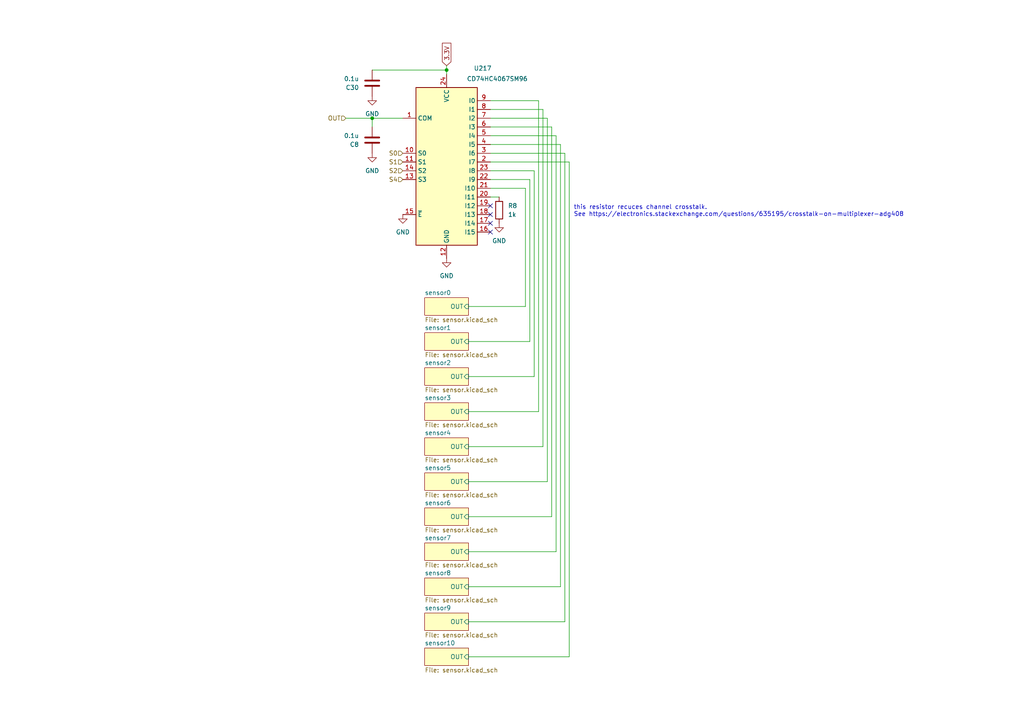
<source format=kicad_sch>
(kicad_sch
	(version 20250114)
	(generator "eeschema")
	(generator_version "9.0")
	(uuid "c2d09f7b-6fce-418f-9c22-8aac2bf51994")
	(paper "A4")
	(lib_symbols
		(symbol "74xx:CD74HC4067SM"
			(exclude_from_sim no)
			(in_bom yes)
			(on_board yes)
			(property "Reference" "U"
				(at -8.89 22.86 0)
				(effects
					(font
						(size 1.27 1.27)
					)
					(justify left)
				)
			)
			(property "Value" "CD74HC4067SM"
				(at 1.27 22.86 0)
				(effects
					(font
						(size 1.27 1.27)
					)
					(justify left)
				)
			)
			(property "Footprint" "Package_SO:SSOP-24_5.3x8.2mm_P0.65mm"
				(at 26.67 -25.4 0)
				(effects
					(font
						(size 1.27 1.27)
						(italic yes)
					)
					(hide yes)
				)
			)
			(property "Datasheet" "http://www.ti.com/lit/ds/symlink/cd74hc4067.pdf"
				(at -8.89 21.59 0)
				(effects
					(font
						(size 1.27 1.27)
					)
					(hide yes)
				)
			)
			(property "Description" "High-Speed CMOS Logic 16-Channel Analog Multiplexer/Demultiplexer, SSOP-24"
				(at 0 0 0)
				(effects
					(font
						(size 1.27 1.27)
					)
					(hide yes)
				)
			)
			(property "ki_keywords" "multiplexer demultiplexer mux demux"
				(at 0 0 0)
				(effects
					(font
						(size 1.27 1.27)
					)
					(hide yes)
				)
			)
			(property "ki_fp_filters" "SSOP*5.3x8.2mm*P0.65mm*"
				(at 0 0 0)
				(effects
					(font
						(size 1.27 1.27)
					)
					(hide yes)
				)
			)
			(symbol "CD74HC4067SM_0_1"
				(rectangle
					(start -8.89 21.59)
					(end 8.89 -24.13)
					(stroke
						(width 0.254)
						(type default)
					)
					(fill
						(type background)
					)
				)
			)
			(symbol "CD74HC4067SM_1_1"
				(pin passive line
					(at -12.7 12.7 0)
					(length 3.81)
					(name "COM"
						(effects
							(font
								(size 1.27 1.27)
							)
						)
					)
					(number "1"
						(effects
							(font
								(size 1.27 1.27)
							)
						)
					)
				)
				(pin input line
					(at -12.7 2.54 0)
					(length 3.81)
					(name "S0"
						(effects
							(font
								(size 1.27 1.27)
							)
						)
					)
					(number "10"
						(effects
							(font
								(size 1.27 1.27)
							)
						)
					)
				)
				(pin input line
					(at -12.7 0 0)
					(length 3.81)
					(name "S1"
						(effects
							(font
								(size 1.27 1.27)
							)
						)
					)
					(number "11"
						(effects
							(font
								(size 1.27 1.27)
							)
						)
					)
				)
				(pin input line
					(at -12.7 -2.54 0)
					(length 3.81)
					(name "S2"
						(effects
							(font
								(size 1.27 1.27)
							)
						)
					)
					(number "14"
						(effects
							(font
								(size 1.27 1.27)
							)
						)
					)
				)
				(pin input line
					(at -12.7 -5.08 0)
					(length 3.81)
					(name "S3"
						(effects
							(font
								(size 1.27 1.27)
							)
						)
					)
					(number "13"
						(effects
							(font
								(size 1.27 1.27)
							)
						)
					)
				)
				(pin input line
					(at -12.7 -15.24 0)
					(length 3.81)
					(name "~{E}"
						(effects
							(font
								(size 1.27 1.27)
							)
						)
					)
					(number "15"
						(effects
							(font
								(size 1.27 1.27)
							)
						)
					)
				)
				(pin power_in line
					(at 0 25.4 270)
					(length 3.81)
					(name "VCC"
						(effects
							(font
								(size 1.27 1.27)
							)
						)
					)
					(number "24"
						(effects
							(font
								(size 1.27 1.27)
							)
						)
					)
				)
				(pin power_in line
					(at 0 -27.94 90)
					(length 3.81)
					(name "GND"
						(effects
							(font
								(size 1.27 1.27)
							)
						)
					)
					(number "12"
						(effects
							(font
								(size 1.27 1.27)
							)
						)
					)
				)
				(pin passive line
					(at 12.7 17.78 180)
					(length 3.81)
					(name "I0"
						(effects
							(font
								(size 1.27 1.27)
							)
						)
					)
					(number "9"
						(effects
							(font
								(size 1.27 1.27)
							)
						)
					)
				)
				(pin passive line
					(at 12.7 15.24 180)
					(length 3.81)
					(name "I1"
						(effects
							(font
								(size 1.27 1.27)
							)
						)
					)
					(number "8"
						(effects
							(font
								(size 1.27 1.27)
							)
						)
					)
				)
				(pin passive line
					(at 12.7 12.7 180)
					(length 3.81)
					(name "I2"
						(effects
							(font
								(size 1.27 1.27)
							)
						)
					)
					(number "7"
						(effects
							(font
								(size 1.27 1.27)
							)
						)
					)
				)
				(pin passive line
					(at 12.7 10.16 180)
					(length 3.81)
					(name "I3"
						(effects
							(font
								(size 1.27 1.27)
							)
						)
					)
					(number "6"
						(effects
							(font
								(size 1.27 1.27)
							)
						)
					)
				)
				(pin passive line
					(at 12.7 7.62 180)
					(length 3.81)
					(name "I4"
						(effects
							(font
								(size 1.27 1.27)
							)
						)
					)
					(number "5"
						(effects
							(font
								(size 1.27 1.27)
							)
						)
					)
				)
				(pin passive line
					(at 12.7 5.08 180)
					(length 3.81)
					(name "I5"
						(effects
							(font
								(size 1.27 1.27)
							)
						)
					)
					(number "4"
						(effects
							(font
								(size 1.27 1.27)
							)
						)
					)
				)
				(pin passive line
					(at 12.7 2.54 180)
					(length 3.81)
					(name "I6"
						(effects
							(font
								(size 1.27 1.27)
							)
						)
					)
					(number "3"
						(effects
							(font
								(size 1.27 1.27)
							)
						)
					)
				)
				(pin passive line
					(at 12.7 0 180)
					(length 3.81)
					(name "I7"
						(effects
							(font
								(size 1.27 1.27)
							)
						)
					)
					(number "2"
						(effects
							(font
								(size 1.27 1.27)
							)
						)
					)
				)
				(pin passive line
					(at 12.7 -2.54 180)
					(length 3.81)
					(name "I8"
						(effects
							(font
								(size 1.27 1.27)
							)
						)
					)
					(number "23"
						(effects
							(font
								(size 1.27 1.27)
							)
						)
					)
				)
				(pin passive line
					(at 12.7 -5.08 180)
					(length 3.81)
					(name "I9"
						(effects
							(font
								(size 1.27 1.27)
							)
						)
					)
					(number "22"
						(effects
							(font
								(size 1.27 1.27)
							)
						)
					)
				)
				(pin passive line
					(at 12.7 -7.62 180)
					(length 3.81)
					(name "I10"
						(effects
							(font
								(size 1.27 1.27)
							)
						)
					)
					(number "21"
						(effects
							(font
								(size 1.27 1.27)
							)
						)
					)
				)
				(pin passive line
					(at 12.7 -10.16 180)
					(length 3.81)
					(name "I11"
						(effects
							(font
								(size 1.27 1.27)
							)
						)
					)
					(number "20"
						(effects
							(font
								(size 1.27 1.27)
							)
						)
					)
				)
				(pin passive line
					(at 12.7 -12.7 180)
					(length 3.81)
					(name "I12"
						(effects
							(font
								(size 1.27 1.27)
							)
						)
					)
					(number "19"
						(effects
							(font
								(size 1.27 1.27)
							)
						)
					)
				)
				(pin passive line
					(at 12.7 -15.24 180)
					(length 3.81)
					(name "I13"
						(effects
							(font
								(size 1.27 1.27)
							)
						)
					)
					(number "18"
						(effects
							(font
								(size 1.27 1.27)
							)
						)
					)
				)
				(pin passive line
					(at 12.7 -17.78 180)
					(length 3.81)
					(name "I14"
						(effects
							(font
								(size 1.27 1.27)
							)
						)
					)
					(number "17"
						(effects
							(font
								(size 1.27 1.27)
							)
						)
					)
				)
				(pin passive line
					(at 12.7 -20.32 180)
					(length 3.81)
					(name "I15"
						(effects
							(font
								(size 1.27 1.27)
							)
						)
					)
					(number "16"
						(effects
							(font
								(size 1.27 1.27)
							)
						)
					)
				)
			)
			(embedded_fonts no)
		)
		(symbol "Device:C"
			(pin_numbers
				(hide yes)
			)
			(pin_names
				(offset 0.254)
			)
			(exclude_from_sim no)
			(in_bom yes)
			(on_board yes)
			(property "Reference" "C"
				(at 0.635 2.54 0)
				(effects
					(font
						(size 1.27 1.27)
					)
					(justify left)
				)
			)
			(property "Value" "C"
				(at 0.635 -2.54 0)
				(effects
					(font
						(size 1.27 1.27)
					)
					(justify left)
				)
			)
			(property "Footprint" ""
				(at 0.9652 -3.81 0)
				(effects
					(font
						(size 1.27 1.27)
					)
					(hide yes)
				)
			)
			(property "Datasheet" "~"
				(at 0 0 0)
				(effects
					(font
						(size 1.27 1.27)
					)
					(hide yes)
				)
			)
			(property "Description" "Unpolarized capacitor"
				(at 0 0 0)
				(effects
					(font
						(size 1.27 1.27)
					)
					(hide yes)
				)
			)
			(property "ki_keywords" "cap capacitor"
				(at 0 0 0)
				(effects
					(font
						(size 1.27 1.27)
					)
					(hide yes)
				)
			)
			(property "ki_fp_filters" "C_*"
				(at 0 0 0)
				(effects
					(font
						(size 1.27 1.27)
					)
					(hide yes)
				)
			)
			(symbol "C_0_1"
				(polyline
					(pts
						(xy -2.032 0.762) (xy 2.032 0.762)
					)
					(stroke
						(width 0.508)
						(type default)
					)
					(fill
						(type none)
					)
				)
				(polyline
					(pts
						(xy -2.032 -0.762) (xy 2.032 -0.762)
					)
					(stroke
						(width 0.508)
						(type default)
					)
					(fill
						(type none)
					)
				)
			)
			(symbol "C_1_1"
				(pin passive line
					(at 0 3.81 270)
					(length 2.794)
					(name "~"
						(effects
							(font
								(size 1.27 1.27)
							)
						)
					)
					(number "1"
						(effects
							(font
								(size 1.27 1.27)
							)
						)
					)
				)
				(pin passive line
					(at 0 -3.81 90)
					(length 2.794)
					(name "~"
						(effects
							(font
								(size 1.27 1.27)
							)
						)
					)
					(number "2"
						(effects
							(font
								(size 1.27 1.27)
							)
						)
					)
				)
			)
			(embedded_fonts no)
		)
		(symbol "Device:R"
			(pin_numbers
				(hide yes)
			)
			(pin_names
				(offset 0)
			)
			(exclude_from_sim no)
			(in_bom yes)
			(on_board yes)
			(property "Reference" "R"
				(at 2.032 0 90)
				(effects
					(font
						(size 1.27 1.27)
					)
				)
			)
			(property "Value" "R"
				(at 0 0 90)
				(effects
					(font
						(size 1.27 1.27)
					)
				)
			)
			(property "Footprint" ""
				(at -1.778 0 90)
				(effects
					(font
						(size 1.27 1.27)
					)
					(hide yes)
				)
			)
			(property "Datasheet" "~"
				(at 0 0 0)
				(effects
					(font
						(size 1.27 1.27)
					)
					(hide yes)
				)
			)
			(property "Description" "Resistor"
				(at 0 0 0)
				(effects
					(font
						(size 1.27 1.27)
					)
					(hide yes)
				)
			)
			(property "ki_keywords" "R res resistor"
				(at 0 0 0)
				(effects
					(font
						(size 1.27 1.27)
					)
					(hide yes)
				)
			)
			(property "ki_fp_filters" "R_*"
				(at 0 0 0)
				(effects
					(font
						(size 1.27 1.27)
					)
					(hide yes)
				)
			)
			(symbol "R_0_1"
				(rectangle
					(start -1.016 -2.54)
					(end 1.016 2.54)
					(stroke
						(width 0.254)
						(type default)
					)
					(fill
						(type none)
					)
				)
			)
			(symbol "R_1_1"
				(pin passive line
					(at 0 3.81 270)
					(length 1.27)
					(name "~"
						(effects
							(font
								(size 1.27 1.27)
							)
						)
					)
					(number "1"
						(effects
							(font
								(size 1.27 1.27)
							)
						)
					)
				)
				(pin passive line
					(at 0 -3.81 90)
					(length 1.27)
					(name "~"
						(effects
							(font
								(size 1.27 1.27)
							)
						)
					)
					(number "2"
						(effects
							(font
								(size 1.27 1.27)
							)
						)
					)
				)
			)
			(embedded_fonts no)
		)
		(symbol "power:GND"
			(power)
			(pin_numbers
				(hide yes)
			)
			(pin_names
				(offset 0)
				(hide yes)
			)
			(exclude_from_sim no)
			(in_bom yes)
			(on_board yes)
			(property "Reference" "#PWR"
				(at 0 -6.35 0)
				(effects
					(font
						(size 1.27 1.27)
					)
					(hide yes)
				)
			)
			(property "Value" "GND"
				(at 0 -3.81 0)
				(effects
					(font
						(size 1.27 1.27)
					)
				)
			)
			(property "Footprint" ""
				(at 0 0 0)
				(effects
					(font
						(size 1.27 1.27)
					)
					(hide yes)
				)
			)
			(property "Datasheet" ""
				(at 0 0 0)
				(effects
					(font
						(size 1.27 1.27)
					)
					(hide yes)
				)
			)
			(property "Description" "Power symbol creates a global label with name \"GND\" , ground"
				(at 0 0 0)
				(effects
					(font
						(size 1.27 1.27)
					)
					(hide yes)
				)
			)
			(property "ki_keywords" "global power"
				(at 0 0 0)
				(effects
					(font
						(size 1.27 1.27)
					)
					(hide yes)
				)
			)
			(symbol "GND_0_1"
				(polyline
					(pts
						(xy 0 0) (xy 0 -1.27) (xy 1.27 -1.27) (xy 0 -2.54) (xy -1.27 -1.27) (xy 0 -1.27)
					)
					(stroke
						(width 0)
						(type default)
					)
					(fill
						(type none)
					)
				)
			)
			(symbol "GND_1_1"
				(pin power_in line
					(at 0 0 270)
					(length 0)
					(name "~"
						(effects
							(font
								(size 1.27 1.27)
							)
						)
					)
					(number "1"
						(effects
							(font
								(size 1.27 1.27)
							)
						)
					)
				)
			)
			(embedded_fonts no)
		)
	)
	(text "this resistor recuces channel crosstalk.\nSee https://electronics.stackexchange.com/questions/635195/crosstalk-on-multiplexer-adg408"
		(exclude_from_sim no)
		(at 166.37 61.214 0)
		(effects
			(font
				(size 1.27 1.27)
			)
			(justify left)
		)
		(uuid "ebd7e148-e380-4db6-8c33-d7035e49712d")
	)
	(junction
		(at 129.54 20.32)
		(diameter 0)
		(color 0 0 0 0)
		(uuid "248f27e4-3a72-4f32-bdb2-cd7c46b315c7")
	)
	(junction
		(at 107.95 34.29)
		(diameter 0)
		(color 0 0 0 0)
		(uuid "dce5e531-e132-4c77-8b70-34161dcb4133")
	)
	(no_connect
		(at 142.24 67.31)
		(uuid "0656967d-c1f2-4959-b367-070e59d75cbb")
	)
	(no_connect
		(at 142.24 59.69)
		(uuid "142261e6-def6-4a0b-95b3-e7079e7c2d02")
	)
	(no_connect
		(at 142.24 62.23)
		(uuid "1469880e-9ee4-472f-bdd0-51c85f96462a")
	)
	(no_connect
		(at 142.24 64.77)
		(uuid "6519fa80-5b33-40a0-ba62-2b5964448a05")
	)
	(wire
		(pts
			(xy 107.95 20.32) (xy 129.54 20.32)
		)
		(stroke
			(width 0)
			(type default)
		)
		(uuid "07b55bd5-7dff-4539-a135-b499fc7cb5b9")
	)
	(wire
		(pts
			(xy 142.24 31.75) (xy 157.48 31.75)
		)
		(stroke
			(width 0)
			(type default)
		)
		(uuid "148fbefc-d1a9-44ea-9b56-e9368bfd4833")
	)
	(wire
		(pts
			(xy 142.24 46.99) (xy 165.1 46.99)
		)
		(stroke
			(width 0)
			(type default)
		)
		(uuid "172b1058-15a7-4db8-b981-7091c43dec5d")
	)
	(wire
		(pts
			(xy 154.94 49.53) (xy 154.94 109.22)
		)
		(stroke
			(width 0)
			(type default)
		)
		(uuid "180d7147-9ee0-4a9e-a5bd-65e0233eb563")
	)
	(wire
		(pts
			(xy 158.75 34.29) (xy 142.24 34.29)
		)
		(stroke
			(width 0)
			(type default)
		)
		(uuid "2360372f-0272-4500-94bc-2261f69c91aa")
	)
	(wire
		(pts
			(xy 156.21 119.38) (xy 156.21 29.21)
		)
		(stroke
			(width 0)
			(type default)
		)
		(uuid "2447842f-698e-4ac5-9f82-2e9069977595")
	)
	(wire
		(pts
			(xy 157.48 129.54) (xy 135.89 129.54)
		)
		(stroke
			(width 0)
			(type default)
		)
		(uuid "44fd6866-c300-4a3e-b864-e7e4868265a3")
	)
	(wire
		(pts
			(xy 142.24 54.61) (xy 152.4 54.61)
		)
		(stroke
			(width 0)
			(type default)
		)
		(uuid "49b4f394-7b95-4592-accc-8d8059512d61")
	)
	(wire
		(pts
			(xy 135.89 88.9) (xy 152.4 88.9)
		)
		(stroke
			(width 0)
			(type default)
		)
		(uuid "4e4bb3d7-2cb8-4dd7-849e-606684cf396b")
	)
	(wire
		(pts
			(xy 158.75 139.7) (xy 158.75 34.29)
		)
		(stroke
			(width 0)
			(type default)
		)
		(uuid "57970d54-7e6e-419c-a92f-3b28c4584144")
	)
	(wire
		(pts
			(xy 153.67 99.06) (xy 153.67 52.07)
		)
		(stroke
			(width 0)
			(type default)
		)
		(uuid "62f9a48d-29ab-4915-8096-a40a7d304612")
	)
	(wire
		(pts
			(xy 160.02 36.83) (xy 160.02 149.86)
		)
		(stroke
			(width 0)
			(type default)
		)
		(uuid "679a2e03-6204-41a3-9c55-e240d704ada2")
	)
	(wire
		(pts
			(xy 157.48 31.75) (xy 157.48 129.54)
		)
		(stroke
			(width 0)
			(type default)
		)
		(uuid "70e4d9b1-8b7d-4e9b-9a72-c75e72a3fe5c")
	)
	(wire
		(pts
			(xy 156.21 29.21) (xy 142.24 29.21)
		)
		(stroke
			(width 0)
			(type default)
		)
		(uuid "77aa92cf-a0fe-48dd-8f72-3120eae35309")
	)
	(wire
		(pts
			(xy 135.89 180.34) (xy 163.83 180.34)
		)
		(stroke
			(width 0)
			(type default)
		)
		(uuid "8dc3e2c7-d238-447e-ad6d-2919b7136e16")
	)
	(wire
		(pts
			(xy 163.83 44.45) (xy 142.24 44.45)
		)
		(stroke
			(width 0)
			(type default)
		)
		(uuid "8f67114d-0606-4daf-9544-c007f28db9a7")
	)
	(wire
		(pts
			(xy 162.56 41.91) (xy 162.56 170.18)
		)
		(stroke
			(width 0)
			(type default)
		)
		(uuid "8f8a3010-7789-45c8-b174-02f695f377f1")
	)
	(wire
		(pts
			(xy 160.02 36.83) (xy 142.24 36.83)
		)
		(stroke
			(width 0)
			(type default)
		)
		(uuid "987725fc-ccc5-43d0-b63b-0dabc7bf931a")
	)
	(wire
		(pts
			(xy 135.89 119.38) (xy 156.21 119.38)
		)
		(stroke
			(width 0)
			(type default)
		)
		(uuid "9d30d315-2e1b-429c-ae6c-81aca4a93faa")
	)
	(wire
		(pts
			(xy 107.95 34.29) (xy 107.95 36.83)
		)
		(stroke
			(width 0)
			(type default)
		)
		(uuid "9e44552b-70ab-4622-b3f1-4cdb71a0ea26")
	)
	(wire
		(pts
			(xy 160.02 149.86) (xy 135.89 149.86)
		)
		(stroke
			(width 0)
			(type default)
		)
		(uuid "9f317c57-88a3-4c06-9cb4-c6a6192b4b67")
	)
	(wire
		(pts
			(xy 161.29 160.02) (xy 161.29 39.37)
		)
		(stroke
			(width 0)
			(type default)
		)
		(uuid "9f6dbd12-c612-4c79-a475-1a6d3796ae9c")
	)
	(wire
		(pts
			(xy 163.83 180.34) (xy 163.83 44.45)
		)
		(stroke
			(width 0)
			(type default)
		)
		(uuid "a0a12f6a-7ff1-4168-8a4c-d54120d8f33b")
	)
	(wire
		(pts
			(xy 161.29 39.37) (xy 142.24 39.37)
		)
		(stroke
			(width 0)
			(type default)
		)
		(uuid "a102f8e1-adf0-43b2-9fd7-0646889e2a20")
	)
	(wire
		(pts
			(xy 116.84 34.29) (xy 107.95 34.29)
		)
		(stroke
			(width 0)
			(type default)
		)
		(uuid "a1dc9c3b-1b87-44ca-a8c7-3b786dbe2674")
	)
	(wire
		(pts
			(xy 135.89 139.7) (xy 158.75 139.7)
		)
		(stroke
			(width 0)
			(type default)
		)
		(uuid "a70ac41f-737a-4227-b5d7-070066606724")
	)
	(wire
		(pts
			(xy 165.1 190.5) (xy 165.1 46.99)
		)
		(stroke
			(width 0)
			(type default)
		)
		(uuid "a841d83a-629f-4ce1-88a4-e4eb332d5350")
	)
	(wire
		(pts
			(xy 142.24 57.15) (xy 144.78 57.15)
		)
		(stroke
			(width 0)
			(type default)
		)
		(uuid "a84396dd-5bfb-4483-8cf6-78624bdfa773")
	)
	(wire
		(pts
			(xy 129.54 19.05) (xy 129.54 20.32)
		)
		(stroke
			(width 0)
			(type default)
		)
		(uuid "af771143-826c-497d-b0b0-a907098099f5")
	)
	(wire
		(pts
			(xy 152.4 54.61) (xy 152.4 88.9)
		)
		(stroke
			(width 0)
			(type default)
		)
		(uuid "b03efe0f-2532-490a-83d8-c452cba74a01")
	)
	(wire
		(pts
			(xy 154.94 49.53) (xy 142.24 49.53)
		)
		(stroke
			(width 0)
			(type default)
		)
		(uuid "d0f685a5-c87d-4fcb-96ab-ed5343b79675")
	)
	(wire
		(pts
			(xy 154.94 109.22) (xy 135.89 109.22)
		)
		(stroke
			(width 0)
			(type default)
		)
		(uuid "d7e7506c-ae79-44e2-b143-32525af1b6ba")
	)
	(wire
		(pts
			(xy 142.24 52.07) (xy 153.67 52.07)
		)
		(stroke
			(width 0)
			(type default)
		)
		(uuid "d8420c75-78f7-449e-a1f8-ca4ec4c786b8")
	)
	(wire
		(pts
			(xy 162.56 170.18) (xy 135.89 170.18)
		)
		(stroke
			(width 0)
			(type default)
		)
		(uuid "de28db84-9dd3-4265-97eb-db48ce7c59b5")
	)
	(wire
		(pts
			(xy 135.89 99.06) (xy 153.67 99.06)
		)
		(stroke
			(width 0)
			(type default)
		)
		(uuid "dfb0707b-6792-404d-adda-726eab992796")
	)
	(wire
		(pts
			(xy 162.56 41.91) (xy 142.24 41.91)
		)
		(stroke
			(width 0)
			(type default)
		)
		(uuid "e3f93e10-372b-46fd-8251-29b9f485a490")
	)
	(wire
		(pts
			(xy 135.89 190.5) (xy 165.1 190.5)
		)
		(stroke
			(width 0)
			(type default)
		)
		(uuid "e59517c7-03a5-496a-91ae-d5581a16f605")
	)
	(wire
		(pts
			(xy 107.95 34.29) (xy 100.33 34.29)
		)
		(stroke
			(width 0)
			(type default)
		)
		(uuid "f347d9a3-3bf8-4a4f-aa43-689949ee330b")
	)
	(wire
		(pts
			(xy 129.54 20.32) (xy 129.54 21.59)
		)
		(stroke
			(width 0)
			(type default)
		)
		(uuid "f460cc19-b647-4306-ac73-940bfccd2559")
	)
	(wire
		(pts
			(xy 135.89 160.02) (xy 161.29 160.02)
		)
		(stroke
			(width 0)
			(type default)
		)
		(uuid "f8cbcaeb-366e-4379-89eb-195daa91e03c")
	)
	(global_label "3.3V"
		(shape input)
		(at 129.54 19.05 90)
		(fields_autoplaced yes)
		(effects
			(font
				(size 1.27 1.27)
			)
			(justify left)
		)
		(uuid "668aae17-da4e-4b4f-a81d-8a5d1a2e4140")
		(property "Intersheetrefs" "${INTERSHEET_REFS}"
			(at 129.54 11.9524 90)
			(effects
				(font
					(size 1.27 1.27)
				)
				(justify left)
				(hide yes)
			)
		)
	)
	(hierarchical_label "OUT"
		(shape input)
		(at 100.33 34.29 180)
		(effects
			(font
				(size 1.27 1.27)
			)
			(justify right)
		)
		(uuid "0ea86cef-db83-42de-8d0e-6c97410c4073")
	)
	(hierarchical_label "S0"
		(shape input)
		(at 116.84 44.45 180)
		(effects
			(font
				(size 1.27 1.27)
			)
			(justify right)
		)
		(uuid "3cf258d6-5bc7-4d74-8ec5-05e4c87bab9d")
	)
	(hierarchical_label "S4"
		(shape input)
		(at 116.84 52.07 180)
		(effects
			(font
				(size 1.27 1.27)
			)
			(justify right)
		)
		(uuid "91fa01ed-093a-4c54-80cb-7a87b1a78885")
	)
	(hierarchical_label "S1"
		(shape input)
		(at 116.84 46.99 180)
		(effects
			(font
				(size 1.27 1.27)
			)
			(justify right)
		)
		(uuid "bcc7ac89-5aed-4768-a3a3-898da6768bc9")
	)
	(hierarchical_label "S2"
		(shape input)
		(at 116.84 49.53 180)
		(effects
			(font
				(size 1.27 1.27)
			)
			(justify right)
		)
		(uuid "e2a8f084-8b73-427c-aa46-9ac5bc03587f")
	)
	(symbol
		(lib_id "power:GND")
		(at 107.95 44.45 0)
		(unit 1)
		(exclude_from_sim no)
		(in_bom yes)
		(on_board yes)
		(dnp no)
		(fields_autoplaced yes)
		(uuid "0dc1d468-8214-4774-a2a7-c8a68aaf46dd")
		(property "Reference" "#PWR062"
			(at 107.95 50.8 0)
			(effects
				(font
					(size 1.27 1.27)
				)
				(hide yes)
			)
		)
		(property "Value" "GND"
			(at 107.95 49.53 0)
			(effects
				(font
					(size 1.27 1.27)
				)
			)
		)
		(property "Footprint" ""
			(at 107.95 44.45 0)
			(effects
				(font
					(size 1.27 1.27)
				)
				(hide yes)
			)
		)
		(property "Datasheet" ""
			(at 107.95 44.45 0)
			(effects
				(font
					(size 1.27 1.27)
				)
				(hide yes)
			)
		)
		(property "Description" "Power symbol creates a global label with name \"GND\" , ground"
			(at 107.95 44.45 0)
			(effects
				(font
					(size 1.27 1.27)
				)
				(hide yes)
			)
		)
		(pin "1"
			(uuid "3219f3de-be63-4020-a899-ee45098752e7")
		)
		(instances
			(project "pompyboard"
				(path "/e5830f2e-b6bc-440e-bdf9-7651ab21e3a0/026cd3d2-ee49-4aa8-a6be-1ded8cec01b6"
					(reference "#PWR0184")
					(unit 1)
				)
				(path "/e5830f2e-b6bc-440e-bdf9-7651ab21e3a0/199d6db0-4201-4cdd-9fb1-82dea6ba15a4"
					(reference "#PWR0134")
					(unit 1)
				)
				(path "/e5830f2e-b6bc-440e-bdf9-7651ab21e3a0/1e9b9d03-fd28-4128-b065-c69f49efdc78"
					(reference "#PWR0159")
					(unit 1)
				)
				(path "/e5830f2e-b6bc-440e-bdf9-7651ab21e3a0/32a6bd95-01f5-4135-9c38-db23c2d07b5b"
					(reference "#PWR0334")
					(unit 1)
				)
				(path "/e5830f2e-b6bc-440e-bdf9-7651ab21e3a0/337c22cd-c44a-4633-9334-b6d71fe81175"
					(reference "#PWR0209")
					(unit 1)
				)
				(path "/e5830f2e-b6bc-440e-bdf9-7651ab21e3a0/3545379e-8a56-4cc0-b1cd-1ab95a742a98"
					(reference "#PWR0259")
					(unit 1)
				)
				(path "/e5830f2e-b6bc-440e-bdf9-7651ab21e3a0/37c05dbe-2573-4442-a09c-64199e530fd0"
					(reference "#PWR0459")
					(unit 1)
				)
				(path "/e5830f2e-b6bc-440e-bdf9-7651ab21e3a0/3b901f51-f0bc-4942-b393-88eddae2e0fb"
					(reference "#PWR0109")
					(unit 1)
				)
				(path "/e5830f2e-b6bc-440e-bdf9-7651ab21e3a0/40784eb3-2b54-4b34-8df6-1f3fa1f53a87"
					(reference "#PWR0384")
					(unit 1)
				)
				(path "/e5830f2e-b6bc-440e-bdf9-7651ab21e3a0/4681251d-eca7-461a-91bc-bdaba01ac76e"
					(reference "#PWR0434")
					(unit 1)
				)
				(path "/e5830f2e-b6bc-440e-bdf9-7651ab21e3a0/50286a34-f2f1-4644-a6e6-a1533e4b94cb"
					(reference "#PWR0359")
					(unit 1)
				)
				(path "/e5830f2e-b6bc-440e-bdf9-7651ab21e3a0/50e477be-0e55-4aaa-84b2-7d9c684572af"
					(reference "#PWR030")
					(unit 1)
				)
				(path "/e5830f2e-b6bc-440e-bdf9-7651ab21e3a0/5b101357-7322-4fda-a4d3-48f9091ec2c1"
					(reference "#PWR0284")
					(unit 1)
				)
				(path "/e5830f2e-b6bc-440e-bdf9-7651ab21e3a0/87cf7185-088d-419a-91bb-1bf069870c4c"
					(reference "#PWR062")
					(unit 1)
				)
				(path "/e5830f2e-b6bc-440e-bdf9-7651ab21e3a0/98cec319-fa79-4308-9643-76cbe0d21c4b"
					(reference "#PWR03")
					(unit 1)
				)
				(path "/e5830f2e-b6bc-440e-bdf9-7651ab21e3a0/9958ff6a-2571-400e-b341-f3d480d503ab"
					(reference "#PWR0234")
					(unit 1)
				)
				(path "/e5830f2e-b6bc-440e-bdf9-7651ab21e3a0/afe07e8c-a3bd-4530-abaf-689610bb4fc1"
					(reference "#PWR064")
					(unit 1)
				)
				(path "/e5830f2e-b6bc-440e-bdf9-7651ab21e3a0/ba38ac3b-2a26-4096-a08a-23e633321ac9"
					(reference "#PWR0409")
					(unit 1)
				)
				(path "/e5830f2e-b6bc-440e-bdf9-7651ab21e3a0/c87b1fe2-43d8-4cc7-b93e-7a2d84539e65"
					(reference "#PWR0309")
					(unit 1)
				)
			)
		)
	)
	(symbol
		(lib_id "74xx:CD74HC4067SM")
		(at 129.54 46.99 0)
		(unit 1)
		(exclude_from_sim no)
		(in_bom yes)
		(on_board yes)
		(dnp no)
		(uuid "17aca2d8-aff1-4676-acd8-1bd8b4083662")
		(property "Reference" "U210"
			(at 137.414 19.812 0)
			(effects
				(font
					(size 1.27 1.27)
				)
				(justify left)
			)
		)
		(property "Value" "CD74HC4067SM96"
			(at 135.382 22.86 0)
			(effects
				(font
					(size 1.27 1.27)
				)
				(justify left)
			)
		)
		(property "Footprint" "Package_SO:SSOP-24_5.3x8.2mm_P0.65mm"
			(at 156.21 72.39 0)
			(effects
				(font
					(size 1.27 1.27)
					(italic yes)
				)
				(hide yes)
			)
		)
		(property "Datasheet" "http://www.ti.com/lit/ds/symlink/cd74hc4067.pdf"
			(at 120.65 25.4 0)
			(effects
				(font
					(size 1.27 1.27)
				)
				(hide yes)
			)
		)
		(property "Description" "High-Speed CMOS Logic 16-Channel Analog Multiplexer/Demultiplexer, SSOP-24"
			(at 129.54 46.99 0)
			(effects
				(font
					(size 1.27 1.27)
				)
				(hide yes)
			)
		)
		(pin "12"
			(uuid "1dd6cf1f-a30b-482b-8117-ad10ff60bb6f")
		)
		(pin "18"
			(uuid "38186bc0-9615-48e8-b1aa-48c9ec8c506a")
		)
		(pin "17"
			(uuid "ea4d69d4-d935-47cd-a111-cb6acad11542")
		)
		(pin "19"
			(uuid "b2bc80c8-8dc7-4f21-b07e-b69f6f9ba9f1")
		)
		(pin "3"
			(uuid "0056bc07-f1f7-4b48-a389-46ffb226dcc1")
		)
		(pin "22"
			(uuid "2dcfd8c3-05ac-4f52-9b05-5f287621b25b")
		)
		(pin "23"
			(uuid "8b524040-7b5d-4bdd-92f0-ef4079bc3adc")
		)
		(pin "16"
			(uuid "82efd041-ef7f-4abd-a51a-5ef1923a9825")
		)
		(pin "5"
			(uuid "76f8b429-0ed8-47e1-96eb-cab57945b312")
		)
		(pin "14"
			(uuid "4dc2ab86-2f8a-4cda-9e82-2a9be714e5a8")
		)
		(pin "4"
			(uuid "e53ca1b4-dd6a-418a-bccc-e1604a9101c7")
		)
		(pin "11"
			(uuid "cee8e645-b986-4adb-a6a4-d3eadd3048f0")
		)
		(pin "13"
			(uuid "af9435a6-68d5-444a-985c-cce9838336da")
		)
		(pin "10"
			(uuid "52369b3f-dc23-45ab-94c9-55e27b176d3e")
		)
		(pin "1"
			(uuid "39602df2-fe40-4486-816d-59561cf58ac6")
		)
		(pin "7"
			(uuid "f04b257f-04fe-4058-904b-3c3d3adbb7ff")
		)
		(pin "6"
			(uuid "60159a65-5365-4e6d-acc9-ed4209f4b0b3")
		)
		(pin "15"
			(uuid "c0af91c6-9de1-4a2f-b5fa-05f11ca1e976")
		)
		(pin "9"
			(uuid "014f3c56-d565-4290-8cdf-b7894891d684")
		)
		(pin "2"
			(uuid "102cad00-87a3-4628-8da1-8cf039a336f3")
		)
		(pin "24"
			(uuid "e3166ef3-28c0-498e-95c0-8b964322c3e6")
		)
		(pin "20"
			(uuid "898df772-15fa-411e-82c3-87e779705ecf")
		)
		(pin "8"
			(uuid "20c8b34b-5942-4c1f-900a-304abfbe5005")
		)
		(pin "21"
			(uuid "419bb65b-4858-4ee0-8520-13e862341ec1")
		)
		(instances
			(project "pompyboard"
				(path "/e5830f2e-b6bc-440e-bdf9-7651ab21e3a0/026cd3d2-ee49-4aa8-a6be-1ded8cec01b6"
					(reference "U217")
					(unit 1)
				)
				(path "/e5830f2e-b6bc-440e-bdf9-7651ab21e3a0/199d6db0-4201-4cdd-9fb1-82dea6ba15a4"
					(reference "U215")
					(unit 1)
				)
				(path "/e5830f2e-b6bc-440e-bdf9-7651ab21e3a0/1e9b9d03-fd28-4128-b065-c69f49efdc78"
					(reference "U216")
					(unit 1)
				)
				(path "/e5830f2e-b6bc-440e-bdf9-7651ab21e3a0/32a6bd95-01f5-4135-9c38-db23c2d07b5b"
					(reference "U223")
					(unit 1)
				)
				(path "/e5830f2e-b6bc-440e-bdf9-7651ab21e3a0/337c22cd-c44a-4633-9334-b6d71fe81175"
					(reference "U218")
					(unit 1)
				)
				(path "/e5830f2e-b6bc-440e-bdf9-7651ab21e3a0/3545379e-8a56-4cc0-b1cd-1ab95a742a98"
					(reference "U220")
					(unit 1)
				)
				(path "/e5830f2e-b6bc-440e-bdf9-7651ab21e3a0/37c05dbe-2573-4442-a09c-64199e530fd0"
					(reference "U228")
					(unit 1)
				)
				(path "/e5830f2e-b6bc-440e-bdf9-7651ab21e3a0/3b901f51-f0bc-4942-b393-88eddae2e0fb"
					(reference "U214")
					(unit 1)
				)
				(path "/e5830f2e-b6bc-440e-bdf9-7651ab21e3a0/40784eb3-2b54-4b34-8df6-1f3fa1f53a87"
					(reference "U225")
					(unit 1)
				)
				(path "/e5830f2e-b6bc-440e-bdf9-7651ab21e3a0/4681251d-eca7-461a-91bc-bdaba01ac76e"
					(reference "U227")
					(unit 1)
				)
				(path "/e5830f2e-b6bc-440e-bdf9-7651ab21e3a0/50286a34-f2f1-4644-a6e6-a1533e4b94cb"
					(reference "U224")
					(unit 1)
				)
				(path "/e5830f2e-b6bc-440e-bdf9-7651ab21e3a0/50e477be-0e55-4aaa-84b2-7d9c684572af"
					(reference "U213")
					(unit 1)
				)
				(path "/e5830f2e-b6bc-440e-bdf9-7651ab21e3a0/5b101357-7322-4fda-a4d3-48f9091ec2c1"
					(reference "U221")
					(unit 1)
				)
				(path "/e5830f2e-b6bc-440e-bdf9-7651ab21e3a0/87cf7185-088d-419a-91bb-1bf069870c4c"
					(reference "U210")
					(unit 1)
				)
				(path "/e5830f2e-b6bc-440e-bdf9-7651ab21e3a0/98cec319-fa79-4308-9643-76cbe0d21c4b"
					(reference "U212")
					(unit 1)
				)
				(path "/e5830f2e-b6bc-440e-bdf9-7651ab21e3a0/9958ff6a-2571-400e-b341-f3d480d503ab"
					(reference "U219")
					(unit 1)
				)
				(path "/e5830f2e-b6bc-440e-bdf9-7651ab21e3a0/afe07e8c-a3bd-4530-abaf-689610bb4fc1"
					(reference "U211")
					(unit 1)
				)
				(path "/e5830f2e-b6bc-440e-bdf9-7651ab21e3a0/ba38ac3b-2a26-4096-a08a-23e633321ac9"
					(reference "U226")
					(unit 1)
				)
				(path "/e5830f2e-b6bc-440e-bdf9-7651ab21e3a0/c87b1fe2-43d8-4cc7-b93e-7a2d84539e65"
					(reference "U222")
					(unit 1)
				)
			)
		)
	)
	(symbol
		(lib_id "power:GND")
		(at 107.95 27.94 0)
		(unit 1)
		(exclude_from_sim no)
		(in_bom yes)
		(on_board yes)
		(dnp no)
		(fields_autoplaced yes)
		(uuid "245943fe-3d93-4608-8288-7f54f2f63721")
		(property "Reference" "#PWR058"
			(at 107.95 34.29 0)
			(effects
				(font
					(size 1.27 1.27)
				)
				(hide yes)
			)
		)
		(property "Value" "GND"
			(at 107.95 33.02 0)
			(effects
				(font
					(size 1.27 1.27)
				)
			)
		)
		(property "Footprint" ""
			(at 107.95 27.94 0)
			(effects
				(font
					(size 1.27 1.27)
				)
				(hide yes)
			)
		)
		(property "Datasheet" ""
			(at 107.95 27.94 0)
			(effects
				(font
					(size 1.27 1.27)
				)
				(hide yes)
			)
		)
		(property "Description" "Power symbol creates a global label with name \"GND\" , ground"
			(at 107.95 27.94 0)
			(effects
				(font
					(size 1.27 1.27)
				)
				(hide yes)
			)
		)
		(pin "1"
			(uuid "4e5013d3-050f-4695-86bb-fd09a963e8b0")
		)
		(instances
			(project "pompyboard"
				(path "/e5830f2e-b6bc-440e-bdf9-7651ab21e3a0/026cd3d2-ee49-4aa8-a6be-1ded8cec01b6"
					(reference "#PWR077")
					(unit 1)
				)
				(path "/e5830f2e-b6bc-440e-bdf9-7651ab21e3a0/199d6db0-4201-4cdd-9fb1-82dea6ba15a4"
					(reference "#PWR073")
					(unit 1)
				)
				(path "/e5830f2e-b6bc-440e-bdf9-7651ab21e3a0/1e9b9d03-fd28-4128-b065-c69f49efdc78"
					(reference "#PWR075")
					(unit 1)
				)
				(path "/e5830f2e-b6bc-440e-bdf9-7651ab21e3a0/32a6bd95-01f5-4135-9c38-db23c2d07b5b"
					(reference "#PWR089")
					(unit 1)
				)
				(path "/e5830f2e-b6bc-440e-bdf9-7651ab21e3a0/337c22cd-c44a-4633-9334-b6d71fe81175"
					(reference "#PWR079")
					(unit 1)
				)
				(path "/e5830f2e-b6bc-440e-bdf9-7651ab21e3a0/3545379e-8a56-4cc0-b1cd-1ab95a742a98"
					(reference "#PWR083")
					(unit 1)
				)
				(path "/e5830f2e-b6bc-440e-bdf9-7651ab21e3a0/37c05dbe-2573-4442-a09c-64199e530fd0"
					(reference "#PWR099")
					(unit 1)
				)
				(path "/e5830f2e-b6bc-440e-bdf9-7651ab21e3a0/3b901f51-f0bc-4942-b393-88eddae2e0fb"
					(reference "#PWR071")
					(unit 1)
				)
				(path "/e5830f2e-b6bc-440e-bdf9-7651ab21e3a0/40784eb3-2b54-4b34-8df6-1f3fa1f53a87"
					(reference "#PWR093")
					(unit 1)
				)
				(path "/e5830f2e-b6bc-440e-bdf9-7651ab21e3a0/4681251d-eca7-461a-91bc-bdaba01ac76e"
					(reference "#PWR097")
					(unit 1)
				)
				(path "/e5830f2e-b6bc-440e-bdf9-7651ab21e3a0/50286a34-f2f1-4644-a6e6-a1533e4b94cb"
					(reference "#PWR091")
					(unit 1)
				)
				(path "/e5830f2e-b6bc-440e-bdf9-7651ab21e3a0/50e477be-0e55-4aaa-84b2-7d9c684572af"
					(reference "#PWR069")
					(unit 1)
				)
				(path "/e5830f2e-b6bc-440e-bdf9-7651ab21e3a0/5b101357-7322-4fda-a4d3-48f9091ec2c1"
					(reference "#PWR085")
					(unit 1)
				)
				(path "/e5830f2e-b6bc-440e-bdf9-7651ab21e3a0/87cf7185-088d-419a-91bb-1bf069870c4c"
					(reference "#PWR058")
					(unit 1)
				)
				(path "/e5830f2e-b6bc-440e-bdf9-7651ab21e3a0/98cec319-fa79-4308-9643-76cbe0d21c4b"
					(reference "#PWR067")
					(unit 1)
				)
				(path "/e5830f2e-b6bc-440e-bdf9-7651ab21e3a0/9958ff6a-2571-400e-b341-f3d480d503ab"
					(reference "#PWR081")
					(unit 1)
				)
				(path "/e5830f2e-b6bc-440e-bdf9-7651ab21e3a0/afe07e8c-a3bd-4530-abaf-689610bb4fc1"
					(reference "#PWR060")
					(unit 1)
				)
				(path "/e5830f2e-b6bc-440e-bdf9-7651ab21e3a0/ba38ac3b-2a26-4096-a08a-23e633321ac9"
					(reference "#PWR095")
					(unit 1)
				)
				(path "/e5830f2e-b6bc-440e-bdf9-7651ab21e3a0/c87b1fe2-43d8-4cc7-b93e-7a2d84539e65"
					(reference "#PWR087")
					(unit 1)
				)
			)
		)
	)
	(symbol
		(lib_id "Device:R")
		(at 144.78 60.96 0)
		(unit 1)
		(exclude_from_sim no)
		(in_bom yes)
		(on_board yes)
		(dnp no)
		(fields_autoplaced yes)
		(uuid "25cd2de3-8259-4dab-9a77-c842a607ad06")
		(property "Reference" "R1"
			(at 147.32 59.6899 0)
			(effects
				(font
					(size 1.27 1.27)
				)
				(justify left)
			)
		)
		(property "Value" "1k"
			(at 147.32 62.2299 0)
			(effects
				(font
					(size 1.27 1.27)
				)
				(justify left)
			)
		)
		(property "Footprint" "Resistor_SMD:R_0402_1005Metric"
			(at 143.002 60.96 90)
			(effects
				(font
					(size 1.27 1.27)
				)
				(hide yes)
			)
		)
		(property "Datasheet" "~"
			(at 144.78 60.96 0)
			(effects
				(font
					(size 1.27 1.27)
				)
				(hide yes)
			)
		)
		(property "Description" "Resistor"
			(at 144.78 60.96 0)
			(effects
				(font
					(size 1.27 1.27)
				)
				(hide yes)
			)
		)
		(property "LCSC Part #" "C11702"
			(at 144.78 60.96 0)
			(effects
				(font
					(size 1.27 1.27)
				)
				(hide yes)
			)
		)
		(pin "2"
			(uuid "63965fe2-1452-42e1-8eca-f83e34b6cedf")
		)
		(pin "1"
			(uuid "c6eb407d-3c2a-4f4d-b8c2-464b84404656")
		)
		(instances
			(project ""
				(path "/e5830f2e-b6bc-440e-bdf9-7651ab21e3a0/026cd3d2-ee49-4aa8-a6be-1ded8cec01b6"
					(reference "R8")
					(unit 1)
				)
				(path "/e5830f2e-b6bc-440e-bdf9-7651ab21e3a0/199d6db0-4201-4cdd-9fb1-82dea6ba15a4"
					(reference "R6")
					(unit 1)
				)
				(path "/e5830f2e-b6bc-440e-bdf9-7651ab21e3a0/1e9b9d03-fd28-4128-b065-c69f49efdc78"
					(reference "R7")
					(unit 1)
				)
				(path "/e5830f2e-b6bc-440e-bdf9-7651ab21e3a0/32a6bd95-01f5-4135-9c38-db23c2d07b5b"
					(reference "R14")
					(unit 1)
				)
				(path "/e5830f2e-b6bc-440e-bdf9-7651ab21e3a0/337c22cd-c44a-4633-9334-b6d71fe81175"
					(reference "R9")
					(unit 1)
				)
				(path "/e5830f2e-b6bc-440e-bdf9-7651ab21e3a0/3545379e-8a56-4cc0-b1cd-1ab95a742a98"
					(reference "R11")
					(unit 1)
				)
				(path "/e5830f2e-b6bc-440e-bdf9-7651ab21e3a0/37c05dbe-2573-4442-a09c-64199e530fd0"
					(reference "R19")
					(unit 1)
				)
				(path "/e5830f2e-b6bc-440e-bdf9-7651ab21e3a0/3b901f51-f0bc-4942-b393-88eddae2e0fb"
					(reference "R5")
					(unit 1)
				)
				(path "/e5830f2e-b6bc-440e-bdf9-7651ab21e3a0/40784eb3-2b54-4b34-8df6-1f3fa1f53a87"
					(reference "R16")
					(unit 1)
				)
				(path "/e5830f2e-b6bc-440e-bdf9-7651ab21e3a0/4681251d-eca7-461a-91bc-bdaba01ac76e"
					(reference "R18")
					(unit 1)
				)
				(path "/e5830f2e-b6bc-440e-bdf9-7651ab21e3a0/50286a34-f2f1-4644-a6e6-a1533e4b94cb"
					(reference "R15")
					(unit 1)
				)
				(path "/e5830f2e-b6bc-440e-bdf9-7651ab21e3a0/50e477be-0e55-4aaa-84b2-7d9c684572af"
					(reference "R4")
					(unit 1)
				)
				(path "/e5830f2e-b6bc-440e-bdf9-7651ab21e3a0/5b101357-7322-4fda-a4d3-48f9091ec2c1"
					(reference "R12")
					(unit 1)
				)
				(path "/e5830f2e-b6bc-440e-bdf9-7651ab21e3a0/87cf7185-088d-419a-91bb-1bf069870c4c"
					(reference "R1")
					(unit 1)
				)
				(path "/e5830f2e-b6bc-440e-bdf9-7651ab21e3a0/98cec319-fa79-4308-9643-76cbe0d21c4b"
					(reference "R3")
					(unit 1)
				)
				(path "/e5830f2e-b6bc-440e-bdf9-7651ab21e3a0/9958ff6a-2571-400e-b341-f3d480d503ab"
					(reference "R10")
					(unit 1)
				)
				(path "/e5830f2e-b6bc-440e-bdf9-7651ab21e3a0/afe07e8c-a3bd-4530-abaf-689610bb4fc1"
					(reference "R2")
					(unit 1)
				)
				(path "/e5830f2e-b6bc-440e-bdf9-7651ab21e3a0/ba38ac3b-2a26-4096-a08a-23e633321ac9"
					(reference "R17")
					(unit 1)
				)
				(path "/e5830f2e-b6bc-440e-bdf9-7651ab21e3a0/c87b1fe2-43d8-4cc7-b93e-7a2d84539e65"
					(reference "R13")
					(unit 1)
				)
			)
		)
	)
	(symbol
		(lib_id "Device:C")
		(at 107.95 24.13 180)
		(unit 1)
		(exclude_from_sim no)
		(in_bom yes)
		(on_board yes)
		(dnp no)
		(uuid "36194ebb-7ff1-47a1-b645-595e456fe3bc")
		(property "Reference" "C23"
			(at 104.14 25.4001 0)
			(effects
				(font
					(size 1.27 1.27)
				)
				(justify left)
			)
		)
		(property "Value" "0.1u"
			(at 104.14 22.8601 0)
			(effects
				(font
					(size 1.27 1.27)
				)
				(justify left)
			)
		)
		(property "Footprint" "Capacitor_SMD:C_0402_1005Metric"
			(at 106.9848 20.32 0)
			(effects
				(font
					(size 1.27 1.27)
				)
				(hide yes)
			)
		)
		(property "Datasheet" "~"
			(at 107.95 24.13 0)
			(effects
				(font
					(size 1.27 1.27)
				)
				(hide yes)
			)
		)
		(property "Description" "Unpolarized capacitor"
			(at 107.95 24.13 0)
			(effects
				(font
					(size 1.27 1.27)
				)
				(hide yes)
			)
		)
		(property "LCSC Part #" "C1525"
			(at 107.95 24.13 0)
			(effects
				(font
					(size 1.27 1.27)
				)
				(hide yes)
			)
		)
		(pin "1"
			(uuid "db7b5a1a-36e2-4a18-8dd3-cb78a6d442e1")
		)
		(pin "2"
			(uuid "c3ade580-c032-41d2-9cee-60c3ade61fd3")
		)
		(instances
			(project "pompyboard"
				(path "/e5830f2e-b6bc-440e-bdf9-7651ab21e3a0/026cd3d2-ee49-4aa8-a6be-1ded8cec01b6"
					(reference "C30")
					(unit 1)
				)
				(path "/e5830f2e-b6bc-440e-bdf9-7651ab21e3a0/199d6db0-4201-4cdd-9fb1-82dea6ba15a4"
					(reference "C28")
					(unit 1)
				)
				(path "/e5830f2e-b6bc-440e-bdf9-7651ab21e3a0/1e9b9d03-fd28-4128-b065-c69f49efdc78"
					(reference "C29")
					(unit 1)
				)
				(path "/e5830f2e-b6bc-440e-bdf9-7651ab21e3a0/32a6bd95-01f5-4135-9c38-db23c2d07b5b"
					(reference "C36")
					(unit 1)
				)
				(path "/e5830f2e-b6bc-440e-bdf9-7651ab21e3a0/337c22cd-c44a-4633-9334-b6d71fe81175"
					(reference "C31")
					(unit 1)
				)
				(path "/e5830f2e-b6bc-440e-bdf9-7651ab21e3a0/3545379e-8a56-4cc0-b1cd-1ab95a742a98"
					(reference "C33")
					(unit 1)
				)
				(path "/e5830f2e-b6bc-440e-bdf9-7651ab21e3a0/37c05dbe-2573-4442-a09c-64199e530fd0"
					(reference "C41")
					(unit 1)
				)
				(path "/e5830f2e-b6bc-440e-bdf9-7651ab21e3a0/3b901f51-f0bc-4942-b393-88eddae2e0fb"
					(reference "C27")
					(unit 1)
				)
				(path "/e5830f2e-b6bc-440e-bdf9-7651ab21e3a0/40784eb3-2b54-4b34-8df6-1f3fa1f53a87"
					(reference "C38")
					(unit 1)
				)
				(path "/e5830f2e-b6bc-440e-bdf9-7651ab21e3a0/4681251d-eca7-461a-91bc-bdaba01ac76e"
					(reference "C40")
					(unit 1)
				)
				(path "/e5830f2e-b6bc-440e-bdf9-7651ab21e3a0/50286a34-f2f1-4644-a6e6-a1533e4b94cb"
					(reference "C37")
					(unit 1)
				)
				(path "/e5830f2e-b6bc-440e-bdf9-7651ab21e3a0/50e477be-0e55-4aaa-84b2-7d9c684572af"
					(reference "C26")
					(unit 1)
				)
				(path "/e5830f2e-b6bc-440e-bdf9-7651ab21e3a0/5b101357-7322-4fda-a4d3-48f9091ec2c1"
					(reference "C34")
					(unit 1)
				)
				(path "/e5830f2e-b6bc-440e-bdf9-7651ab21e3a0/87cf7185-088d-419a-91bb-1bf069870c4c"
					(reference "C23")
					(unit 1)
				)
				(path "/e5830f2e-b6bc-440e-bdf9-7651ab21e3a0/98cec319-fa79-4308-9643-76cbe0d21c4b"
					(reference "C25")
					(unit 1)
				)
				(path "/e5830f2e-b6bc-440e-bdf9-7651ab21e3a0/9958ff6a-2571-400e-b341-f3d480d503ab"
					(reference "C32")
					(unit 1)
				)
				(path "/e5830f2e-b6bc-440e-bdf9-7651ab21e3a0/afe07e8c-a3bd-4530-abaf-689610bb4fc1"
					(reference "C24")
					(unit 1)
				)
				(path "/e5830f2e-b6bc-440e-bdf9-7651ab21e3a0/ba38ac3b-2a26-4096-a08a-23e633321ac9"
					(reference "C39")
					(unit 1)
				)
				(path "/e5830f2e-b6bc-440e-bdf9-7651ab21e3a0/c87b1fe2-43d8-4cc7-b93e-7a2d84539e65"
					(reference "C35")
					(unit 1)
				)
			)
		)
	)
	(symbol
		(lib_id "power:GND")
		(at 144.78 64.77 0)
		(unit 1)
		(exclude_from_sim no)
		(in_bom yes)
		(on_board yes)
		(dnp no)
		(fields_autoplaced yes)
		(uuid "44a28ed5-e857-4830-adb9-3d5d9c2ec5c1")
		(property "Reference" "#PWR02"
			(at 144.78 71.12 0)
			(effects
				(font
					(size 1.27 1.27)
				)
				(hide yes)
			)
		)
		(property "Value" "GND"
			(at 144.78 69.85 0)
			(effects
				(font
					(size 1.27 1.27)
				)
			)
		)
		(property "Footprint" ""
			(at 144.78 64.77 0)
			(effects
				(font
					(size 1.27 1.27)
				)
				(hide yes)
			)
		)
		(property "Datasheet" ""
			(at 144.78 64.77 0)
			(effects
				(font
					(size 1.27 1.27)
				)
				(hide yes)
			)
		)
		(property "Description" "Power symbol creates a global label with name \"GND\" , ground"
			(at 144.78 64.77 0)
			(effects
				(font
					(size 1.27 1.27)
				)
				(hide yes)
			)
		)
		(pin "1"
			(uuid "a66e0d50-feec-453a-aa36-213299c8a530")
		)
		(instances
			(project "pompyboard"
				(path "/e5830f2e-b6bc-440e-bdf9-7651ab21e3a0/026cd3d2-ee49-4aa8-a6be-1ded8cec01b6"
					(reference "#PWR022")
					(unit 1)
				)
				(path "/e5830f2e-b6bc-440e-bdf9-7651ab21e3a0/199d6db0-4201-4cdd-9fb1-82dea6ba15a4"
					(reference "#PWR018")
					(unit 1)
				)
				(path "/e5830f2e-b6bc-440e-bdf9-7651ab21e3a0/1e9b9d03-fd28-4128-b065-c69f49efdc78"
					(reference "#PWR020")
					(unit 1)
				)
				(path "/e5830f2e-b6bc-440e-bdf9-7651ab21e3a0/32a6bd95-01f5-4135-9c38-db23c2d07b5b"
					(reference "#PWR037")
					(unit 1)
				)
				(path "/e5830f2e-b6bc-440e-bdf9-7651ab21e3a0/337c22cd-c44a-4633-9334-b6d71fe81175"
					(reference "#PWR024")
					(unit 1)
				)
				(path "/e5830f2e-b6bc-440e-bdf9-7651ab21e3a0/3545379e-8a56-4cc0-b1cd-1ab95a742a98"
					(reference "#PWR028")
					(unit 1)
				)
				(path "/e5830f2e-b6bc-440e-bdf9-7651ab21e3a0/37c05dbe-2573-4442-a09c-64199e530fd0"
					(reference "#PWR048")
					(unit 1)
				)
				(path "/e5830f2e-b6bc-440e-bdf9-7651ab21e3a0/3b901f51-f0bc-4942-b393-88eddae2e0fb"
					(reference "#PWR015")
					(unit 1)
				)
				(path "/e5830f2e-b6bc-440e-bdf9-7651ab21e3a0/40784eb3-2b54-4b34-8df6-1f3fa1f53a87"
					(reference "#PWR042")
					(unit 1)
				)
				(path "/e5830f2e-b6bc-440e-bdf9-7651ab21e3a0/4681251d-eca7-461a-91bc-bdaba01ac76e"
					(reference "#PWR046")
					(unit 1)
				)
				(path "/e5830f2e-b6bc-440e-bdf9-7651ab21e3a0/50286a34-f2f1-4644-a6e6-a1533e4b94cb"
					(reference "#PWR041")
					(unit 1)
				)
				(path "/e5830f2e-b6bc-440e-bdf9-7651ab21e3a0/50e477be-0e55-4aaa-84b2-7d9c684572af"
					(reference "#PWR013")
					(unit 1)
				)
				(path "/e5830f2e-b6bc-440e-bdf9-7651ab21e3a0/5b101357-7322-4fda-a4d3-48f9091ec2c1"
					(reference "#PWR033")
					(unit 1)
				)
				(path "/e5830f2e-b6bc-440e-bdf9-7651ab21e3a0/87cf7185-088d-419a-91bb-1bf069870c4c"
					(reference "#PWR02")
					(unit 1)
				)
				(path "/e5830f2e-b6bc-440e-bdf9-7651ab21e3a0/98cec319-fa79-4308-9643-76cbe0d21c4b"
					(reference "#PWR010")
					(unit 1)
				)
				(path "/e5830f2e-b6bc-440e-bdf9-7651ab21e3a0/9958ff6a-2571-400e-b341-f3d480d503ab"
					(reference "#PWR026")
					(unit 1)
				)
				(path "/e5830f2e-b6bc-440e-bdf9-7651ab21e3a0/afe07e8c-a3bd-4530-abaf-689610bb4fc1"
					(reference "#PWR08")
					(unit 1)
				)
				(path "/e5830f2e-b6bc-440e-bdf9-7651ab21e3a0/ba38ac3b-2a26-4096-a08a-23e633321ac9"
					(reference "#PWR044")
					(unit 1)
				)
				(path "/e5830f2e-b6bc-440e-bdf9-7651ab21e3a0/c87b1fe2-43d8-4cc7-b93e-7a2d84539e65"
					(reference "#PWR036")
					(unit 1)
				)
			)
		)
	)
	(symbol
		(lib_id "power:GND")
		(at 116.84 62.23 0)
		(unit 1)
		(exclude_from_sim no)
		(in_bom yes)
		(on_board yes)
		(dnp no)
		(fields_autoplaced yes)
		(uuid "550e430b-a619-4151-96c1-2be021583b68")
		(property "Reference" "#PWR063"
			(at 116.84 68.58 0)
			(effects
				(font
					(size 1.27 1.27)
				)
				(hide yes)
			)
		)
		(property "Value" "GND"
			(at 116.84 67.31 0)
			(effects
				(font
					(size 1.27 1.27)
				)
			)
		)
		(property "Footprint" ""
			(at 116.84 62.23 0)
			(effects
				(font
					(size 1.27 1.27)
				)
				(hide yes)
			)
		)
		(property "Datasheet" ""
			(at 116.84 62.23 0)
			(effects
				(font
					(size 1.27 1.27)
				)
				(hide yes)
			)
		)
		(property "Description" "Power symbol creates a global label with name \"GND\" , ground"
			(at 116.84 62.23 0)
			(effects
				(font
					(size 1.27 1.27)
				)
				(hide yes)
			)
		)
		(pin "1"
			(uuid "fb10ebb4-ade3-4f29-866b-410d57f92fde")
		)
		(instances
			(project "pompyboard"
				(path "/e5830f2e-b6bc-440e-bdf9-7651ab21e3a0/026cd3d2-ee49-4aa8-a6be-1ded8cec01b6"
					(reference "#PWR0185")
					(unit 1)
				)
				(path "/e5830f2e-b6bc-440e-bdf9-7651ab21e3a0/199d6db0-4201-4cdd-9fb1-82dea6ba15a4"
					(reference "#PWR0135")
					(unit 1)
				)
				(path "/e5830f2e-b6bc-440e-bdf9-7651ab21e3a0/1e9b9d03-fd28-4128-b065-c69f49efdc78"
					(reference "#PWR0160")
					(unit 1)
				)
				(path "/e5830f2e-b6bc-440e-bdf9-7651ab21e3a0/32a6bd95-01f5-4135-9c38-db23c2d07b5b"
					(reference "#PWR0335")
					(unit 1)
				)
				(path "/e5830f2e-b6bc-440e-bdf9-7651ab21e3a0/337c22cd-c44a-4633-9334-b6d71fe81175"
					(reference "#PWR0210")
					(unit 1)
				)
				(path "/e5830f2e-b6bc-440e-bdf9-7651ab21e3a0/3545379e-8a56-4cc0-b1cd-1ab95a742a98"
					(reference "#PWR0260")
					(unit 1)
				)
				(path "/e5830f2e-b6bc-440e-bdf9-7651ab21e3a0/37c05dbe-2573-4442-a09c-64199e530fd0"
					(reference "#PWR0460")
					(unit 1)
				)
				(path "/e5830f2e-b6bc-440e-bdf9-7651ab21e3a0/3b901f51-f0bc-4942-b393-88eddae2e0fb"
					(reference "#PWR0110")
					(unit 1)
				)
				(path "/e5830f2e-b6bc-440e-bdf9-7651ab21e3a0/40784eb3-2b54-4b34-8df6-1f3fa1f53a87"
					(reference "#PWR0385")
					(unit 1)
				)
				(path "/e5830f2e-b6bc-440e-bdf9-7651ab21e3a0/4681251d-eca7-461a-91bc-bdaba01ac76e"
					(reference "#PWR0435")
					(unit 1)
				)
				(path "/e5830f2e-b6bc-440e-bdf9-7651ab21e3a0/50286a34-f2f1-4644-a6e6-a1533e4b94cb"
					(reference "#PWR0360")
					(unit 1)
				)
				(path "/e5830f2e-b6bc-440e-bdf9-7651ab21e3a0/50e477be-0e55-4aaa-84b2-7d9c684572af"
					(reference "#PWR031")
					(unit 1)
				)
				(path "/e5830f2e-b6bc-440e-bdf9-7651ab21e3a0/5b101357-7322-4fda-a4d3-48f9091ec2c1"
					(reference "#PWR0285")
					(unit 1)
				)
				(path "/e5830f2e-b6bc-440e-bdf9-7651ab21e3a0/87cf7185-088d-419a-91bb-1bf069870c4c"
					(reference "#PWR063")
					(unit 1)
				)
				(path "/e5830f2e-b6bc-440e-bdf9-7651ab21e3a0/98cec319-fa79-4308-9643-76cbe0d21c4b"
					(reference "#PWR04")
					(unit 1)
				)
				(path "/e5830f2e-b6bc-440e-bdf9-7651ab21e3a0/9958ff6a-2571-400e-b341-f3d480d503ab"
					(reference "#PWR0235")
					(unit 1)
				)
				(path "/e5830f2e-b6bc-440e-bdf9-7651ab21e3a0/afe07e8c-a3bd-4530-abaf-689610bb4fc1"
					(reference "#PWR065")
					(unit 1)
				)
				(path "/e5830f2e-b6bc-440e-bdf9-7651ab21e3a0/ba38ac3b-2a26-4096-a08a-23e633321ac9"
					(reference "#PWR0410")
					(unit 1)
				)
				(path "/e5830f2e-b6bc-440e-bdf9-7651ab21e3a0/c87b1fe2-43d8-4cc7-b93e-7a2d84539e65"
					(reference "#PWR0310")
					(unit 1)
				)
			)
		)
	)
	(symbol
		(lib_id "power:GND")
		(at 129.54 74.93 0)
		(unit 1)
		(exclude_from_sim no)
		(in_bom yes)
		(on_board yes)
		(dnp no)
		(fields_autoplaced yes)
		(uuid "ce5aa928-0985-4a5b-896e-56bcbf349536")
		(property "Reference" "#PWR039"
			(at 129.54 81.28 0)
			(effects
				(font
					(size 1.27 1.27)
				)
				(hide yes)
			)
		)
		(property "Value" "GND"
			(at 129.54 80.01 0)
			(effects
				(font
					(size 1.27 1.27)
				)
			)
		)
		(property "Footprint" ""
			(at 129.54 74.93 0)
			(effects
				(font
					(size 1.27 1.27)
				)
				(hide yes)
			)
		)
		(property "Datasheet" ""
			(at 129.54 74.93 0)
			(effects
				(font
					(size 1.27 1.27)
				)
				(hide yes)
			)
		)
		(property "Description" "Power symbol creates a global label with name \"GND\" , ground"
			(at 129.54 74.93 0)
			(effects
				(font
					(size 1.27 1.27)
				)
				(hide yes)
			)
		)
		(pin "1"
			(uuid "08f9c1d7-4d58-49d7-9394-e483a4094d3d")
		)
		(instances
			(project "pompyboard"
				(path "/e5830f2e-b6bc-440e-bdf9-7651ab21e3a0/026cd3d2-ee49-4aa8-a6be-1ded8cec01b6"
					(reference "#PWR0186")
					(unit 1)
				)
				(path "/e5830f2e-b6bc-440e-bdf9-7651ab21e3a0/199d6db0-4201-4cdd-9fb1-82dea6ba15a4"
					(reference "#PWR0136")
					(unit 1)
				)
				(path "/e5830f2e-b6bc-440e-bdf9-7651ab21e3a0/1e9b9d03-fd28-4128-b065-c69f49efdc78"
					(reference "#PWR0161")
					(unit 1)
				)
				(path "/e5830f2e-b6bc-440e-bdf9-7651ab21e3a0/32a6bd95-01f5-4135-9c38-db23c2d07b5b"
					(reference "#PWR0336")
					(unit 1)
				)
				(path "/e5830f2e-b6bc-440e-bdf9-7651ab21e3a0/337c22cd-c44a-4633-9334-b6d71fe81175"
					(reference "#PWR0211")
					(unit 1)
				)
				(path "/e5830f2e-b6bc-440e-bdf9-7651ab21e3a0/3545379e-8a56-4cc0-b1cd-1ab95a742a98"
					(reference "#PWR0261")
					(unit 1)
				)
				(path "/e5830f2e-b6bc-440e-bdf9-7651ab21e3a0/37c05dbe-2573-4442-a09c-64199e530fd0"
					(reference "#PWR0461")
					(unit 1)
				)
				(path "/e5830f2e-b6bc-440e-bdf9-7651ab21e3a0/3b901f51-f0bc-4942-b393-88eddae2e0fb"
					(reference "#PWR0111")
					(unit 1)
				)
				(path "/e5830f2e-b6bc-440e-bdf9-7651ab21e3a0/40784eb3-2b54-4b34-8df6-1f3fa1f53a87"
					(reference "#PWR0386")
					(unit 1)
				)
				(path "/e5830f2e-b6bc-440e-bdf9-7651ab21e3a0/4681251d-eca7-461a-91bc-bdaba01ac76e"
					(reference "#PWR0436")
					(unit 1)
				)
				(path "/e5830f2e-b6bc-440e-bdf9-7651ab21e3a0/50286a34-f2f1-4644-a6e6-a1533e4b94cb"
					(reference "#PWR0361")
					(unit 1)
				)
				(path "/e5830f2e-b6bc-440e-bdf9-7651ab21e3a0/50e477be-0e55-4aaa-84b2-7d9c684572af"
					(reference "#PWR032")
					(unit 1)
				)
				(path "/e5830f2e-b6bc-440e-bdf9-7651ab21e3a0/5b101357-7322-4fda-a4d3-48f9091ec2c1"
					(reference "#PWR0286")
					(unit 1)
				)
				(path "/e5830f2e-b6bc-440e-bdf9-7651ab21e3a0/87cf7185-088d-419a-91bb-1bf069870c4c"
					(reference "#PWR039")
					(unit 1)
				)
				(path "/e5830f2e-b6bc-440e-bdf9-7651ab21e3a0/98cec319-fa79-4308-9643-76cbe0d21c4b"
					(reference "#PWR05")
					(unit 1)
				)
				(path "/e5830f2e-b6bc-440e-bdf9-7651ab21e3a0/9958ff6a-2571-400e-b341-f3d480d503ab"
					(reference "#PWR0236")
					(unit 1)
				)
				(path "/e5830f2e-b6bc-440e-bdf9-7651ab21e3a0/afe07e8c-a3bd-4530-abaf-689610bb4fc1"
					(reference "#PWR066")
					(unit 1)
				)
				(path "/e5830f2e-b6bc-440e-bdf9-7651ab21e3a0/ba38ac3b-2a26-4096-a08a-23e633321ac9"
					(reference "#PWR0411")
					(unit 1)
				)
				(path "/e5830f2e-b6bc-440e-bdf9-7651ab21e3a0/c87b1fe2-43d8-4cc7-b93e-7a2d84539e65"
					(reference "#PWR0311")
					(unit 1)
				)
			)
		)
	)
	(symbol
		(lib_id "Device:C")
		(at 107.95 40.64 180)
		(unit 1)
		(exclude_from_sim no)
		(in_bom yes)
		(on_board yes)
		(dnp no)
		(uuid "d920e63c-879b-4670-9e19-65d9182d49e2")
		(property "Reference" "C1"
			(at 104.14 41.9101 0)
			(effects
				(font
					(size 1.27 1.27)
				)
				(justify left)
			)
		)
		(property "Value" "0.1u"
			(at 104.14 39.3701 0)
			(effects
				(font
					(size 1.27 1.27)
				)
				(justify left)
			)
		)
		(property "Footprint" "Capacitor_SMD:C_0402_1005Metric"
			(at 106.9848 36.83 0)
			(effects
				(font
					(size 1.27 1.27)
				)
				(hide yes)
			)
		)
		(property "Datasheet" "~"
			(at 107.95 40.64 0)
			(effects
				(font
					(size 1.27 1.27)
				)
				(hide yes)
			)
		)
		(property "Description" "Unpolarized capacitor"
			(at 107.95 40.64 0)
			(effects
				(font
					(size 1.27 1.27)
				)
				(hide yes)
			)
		)
		(property "LCSC Part #" "C1525"
			(at 107.95 40.64 0)
			(effects
				(font
					(size 1.27 1.27)
				)
				(hide yes)
			)
		)
		(pin "1"
			(uuid "b0a8fabc-f149-4598-95e5-24d39f055c63")
		)
		(pin "2"
			(uuid "d26dbd86-3e5e-4ed3-aa5d-e84d9a65ef40")
		)
		(instances
			(project "pompyboard"
				(path "/e5830f2e-b6bc-440e-bdf9-7651ab21e3a0/026cd3d2-ee49-4aa8-a6be-1ded8cec01b6"
					(reference "C8")
					(unit 1)
				)
				(path "/e5830f2e-b6bc-440e-bdf9-7651ab21e3a0/199d6db0-4201-4cdd-9fb1-82dea6ba15a4"
					(reference "C6")
					(unit 1)
				)
				(path "/e5830f2e-b6bc-440e-bdf9-7651ab21e3a0/1e9b9d03-fd28-4128-b065-c69f49efdc78"
					(reference "C7")
					(unit 1)
				)
				(path "/e5830f2e-b6bc-440e-bdf9-7651ab21e3a0/32a6bd95-01f5-4135-9c38-db23c2d07b5b"
					(reference "C14")
					(unit 1)
				)
				(path "/e5830f2e-b6bc-440e-bdf9-7651ab21e3a0/337c22cd-c44a-4633-9334-b6d71fe81175"
					(reference "C9")
					(unit 1)
				)
				(path "/e5830f2e-b6bc-440e-bdf9-7651ab21e3a0/3545379e-8a56-4cc0-b1cd-1ab95a742a98"
					(reference "C11")
					(unit 1)
				)
				(path "/e5830f2e-b6bc-440e-bdf9-7651ab21e3a0/37c05dbe-2573-4442-a09c-64199e530fd0"
					(reference "C19")
					(unit 1)
				)
				(path "/e5830f2e-b6bc-440e-bdf9-7651ab21e3a0/3b901f51-f0bc-4942-b393-88eddae2e0fb"
					(reference "C5")
					(unit 1)
				)
				(path "/e5830f2e-b6bc-440e-bdf9-7651ab21e3a0/40784eb3-2b54-4b34-8df6-1f3fa1f53a87"
					(reference "C16")
					(unit 1)
				)
				(path "/e5830f2e-b6bc-440e-bdf9-7651ab21e3a0/4681251d-eca7-461a-91bc-bdaba01ac76e"
					(reference "C18")
					(unit 1)
				)
				(path "/e5830f2e-b6bc-440e-bdf9-7651ab21e3a0/50286a34-f2f1-4644-a6e6-a1533e4b94cb"
					(reference "C15")
					(unit 1)
				)
				(path "/e5830f2e-b6bc-440e-bdf9-7651ab21e3a0/50e477be-0e55-4aaa-84b2-7d9c684572af"
					(reference "C4")
					(unit 1)
				)
				(path "/e5830f2e-b6bc-440e-bdf9-7651ab21e3a0/5b101357-7322-4fda-a4d3-48f9091ec2c1"
					(reference "C12")
					(unit 1)
				)
				(path "/e5830f2e-b6bc-440e-bdf9-7651ab21e3a0/87cf7185-088d-419a-91bb-1bf069870c4c"
					(reference "C1")
					(unit 1)
				)
				(path "/e5830f2e-b6bc-440e-bdf9-7651ab21e3a0/98cec319-fa79-4308-9643-76cbe0d21c4b"
					(reference "C3")
					(unit 1)
				)
				(path "/e5830f2e-b6bc-440e-bdf9-7651ab21e3a0/9958ff6a-2571-400e-b341-f3d480d503ab"
					(reference "C10")
					(unit 1)
				)
				(path "/e5830f2e-b6bc-440e-bdf9-7651ab21e3a0/afe07e8c-a3bd-4530-abaf-689610bb4fc1"
					(reference "C2")
					(unit 1)
				)
				(path "/e5830f2e-b6bc-440e-bdf9-7651ab21e3a0/ba38ac3b-2a26-4096-a08a-23e633321ac9"
					(reference "C17")
					(unit 1)
				)
				(path "/e5830f2e-b6bc-440e-bdf9-7651ab21e3a0/c87b1fe2-43d8-4cc7-b93e-7a2d84539e65"
					(reference "C13")
					(unit 1)
				)
			)
		)
	)
	(sheet
		(at 123.19 157.48)
		(size 12.7 5.08)
		(exclude_from_sim no)
		(in_bom yes)
		(on_board yes)
		(dnp no)
		(fields_autoplaced yes)
		(stroke
			(width 0.1524)
			(type solid)
		)
		(fill
			(color 255 255 194 1.0000)
		)
		(uuid "04e242d3-4b8b-4c59-b96a-ded88d9c121e")
		(property "Sheetname" "sensor7"
			(at 123.19 156.7684 0)
			(effects
				(font
					(size 1.27 1.27)
				)
				(justify left bottom)
			)
		)
		(property "Sheetfile" "sensor.kicad_sch"
			(at 123.19 163.1446 0)
			(effects
				(font
					(size 1.27 1.27)
				)
				(justify left top)
			)
		)
		(pin "OUT" input
			(at 135.89 160.02 0)
			(uuid "3684fada-093d-448b-93fc-3ec6ded0705f")
			(effects
				(font
					(size 1.27 1.27)
				)
				(justify right)
			)
		)
		(instances
			(project "pompyboard"
				(path "/e5830f2e-b6bc-440e-bdf9-7651ab21e3a0/87cf7185-088d-419a-91bb-1bf069870c4c"
					(page "10")
				)
				(path "/e5830f2e-b6bc-440e-bdf9-7651ab21e3a0/afe07e8c-a3bd-4530-abaf-689610bb4fc1"
					(page "19")
				)
				(path "/e5830f2e-b6bc-440e-bdf9-7651ab21e3a0/98cec319-fa79-4308-9643-76cbe0d21c4b"
					(page "31")
				)
				(path "/e5830f2e-b6bc-440e-bdf9-7651ab21e3a0/50e477be-0e55-4aaa-84b2-7d9c684572af"
					(page "43")
				)
				(path "/e5830f2e-b6bc-440e-bdf9-7651ab21e3a0/3b901f51-f0bc-4942-b393-88eddae2e0fb"
					(page "55")
				)
				(path "/e5830f2e-b6bc-440e-bdf9-7651ab21e3a0/199d6db0-4201-4cdd-9fb1-82dea6ba15a4"
					(page "67")
				)
				(path "/e5830f2e-b6bc-440e-bdf9-7651ab21e3a0/1e9b9d03-fd28-4128-b065-c69f49efdc78"
					(page "79")
				)
				(path "/e5830f2e-b6bc-440e-bdf9-7651ab21e3a0/026cd3d2-ee49-4aa8-a6be-1ded8cec01b6"
					(page "91")
				)
				(path "/e5830f2e-b6bc-440e-bdf9-7651ab21e3a0/337c22cd-c44a-4633-9334-b6d71fe81175"
					(page "103")
				)
				(path "/e5830f2e-b6bc-440e-bdf9-7651ab21e3a0/9958ff6a-2571-400e-b341-f3d480d503ab"
					(page "115")
				)
				(path "/e5830f2e-b6bc-440e-bdf9-7651ab21e3a0/3545379e-8a56-4cc0-b1cd-1ab95a742a98"
					(page "127")
				)
				(path "/e5830f2e-b6bc-440e-bdf9-7651ab21e3a0/5b101357-7322-4fda-a4d3-48f9091ec2c1"
					(page "139")
				)
				(path "/e5830f2e-b6bc-440e-bdf9-7651ab21e3a0/c87b1fe2-43d8-4cc7-b93e-7a2d84539e65"
					(page "151")
				)
				(path "/e5830f2e-b6bc-440e-bdf9-7651ab21e3a0/32a6bd95-01f5-4135-9c38-db23c2d07b5b"
					(page "163")
				)
				(path "/e5830f2e-b6bc-440e-bdf9-7651ab21e3a0/50286a34-f2f1-4644-a6e6-a1533e4b94cb"
					(page "175")
				)
				(path "/e5830f2e-b6bc-440e-bdf9-7651ab21e3a0/40784eb3-2b54-4b34-8df6-1f3fa1f53a87"
					(page "187")
				)
				(path "/e5830f2e-b6bc-440e-bdf9-7651ab21e3a0/ba38ac3b-2a26-4096-a08a-23e633321ac9"
					(page "199")
				)
				(path "/e5830f2e-b6bc-440e-bdf9-7651ab21e3a0/4681251d-eca7-461a-91bc-bdaba01ac76e"
					(page "211")
				)
				(path "/e5830f2e-b6bc-440e-bdf9-7651ab21e3a0/37c05dbe-2573-4442-a09c-64199e530fd0"
					(page "223")
				)
			)
		)
	)
	(sheet
		(at 123.19 116.84)
		(size 12.7 5.08)
		(exclude_from_sim no)
		(in_bom yes)
		(on_board yes)
		(dnp no)
		(fields_autoplaced yes)
		(stroke
			(width 0.1524)
			(type solid)
		)
		(fill
			(color 255 255 194 1.0000)
		)
		(uuid "0aa58eca-4a0a-4793-8cb2-aca91d4eac1d")
		(property "Sheetname" "sensor3"
			(at 123.19 116.1284 0)
			(effects
				(font
					(size 1.27 1.27)
				)
				(justify left bottom)
			)
		)
		(property "Sheetfile" "sensor.kicad_sch"
			(at 123.19 122.5046 0)
			(effects
				(font
					(size 1.27 1.27)
				)
				(justify left top)
			)
		)
		(pin "OUT" input
			(at 135.89 119.38 0)
			(uuid "d3179ec6-05f1-477a-97f4-2d7d636d23f0")
			(effects
				(font
					(size 1.27 1.27)
				)
				(justify right)
			)
		)
		(instances
			(project "pompyboard"
				(path "/e5830f2e-b6bc-440e-bdf9-7651ab21e3a0/87cf7185-088d-419a-91bb-1bf069870c4c"
					(page "6")
				)
				(path "/e5830f2e-b6bc-440e-bdf9-7651ab21e3a0/afe07e8c-a3bd-4530-abaf-689610bb4fc1"
					(page "22")
				)
				(path "/e5830f2e-b6bc-440e-bdf9-7651ab21e3a0/98cec319-fa79-4308-9643-76cbe0d21c4b"
					(page "34")
				)
				(path "/e5830f2e-b6bc-440e-bdf9-7651ab21e3a0/50e477be-0e55-4aaa-84b2-7d9c684572af"
					(page "46")
				)
				(path "/e5830f2e-b6bc-440e-bdf9-7651ab21e3a0/3b901f51-f0bc-4942-b393-88eddae2e0fb"
					(page "58")
				)
				(path "/e5830f2e-b6bc-440e-bdf9-7651ab21e3a0/199d6db0-4201-4cdd-9fb1-82dea6ba15a4"
					(page "70")
				)
				(path "/e5830f2e-b6bc-440e-bdf9-7651ab21e3a0/1e9b9d03-fd28-4128-b065-c69f49efdc78"
					(page "82")
				)
				(path "/e5830f2e-b6bc-440e-bdf9-7651ab21e3a0/026cd3d2-ee49-4aa8-a6be-1ded8cec01b6"
					(page "94")
				)
				(path "/e5830f2e-b6bc-440e-bdf9-7651ab21e3a0/337c22cd-c44a-4633-9334-b6d71fe81175"
					(page "106")
				)
				(path "/e5830f2e-b6bc-440e-bdf9-7651ab21e3a0/9958ff6a-2571-400e-b341-f3d480d503ab"
					(page "118")
				)
				(path "/e5830f2e-b6bc-440e-bdf9-7651ab21e3a0/3545379e-8a56-4cc0-b1cd-1ab95a742a98"
					(page "130")
				)
				(path "/e5830f2e-b6bc-440e-bdf9-7651ab21e3a0/5b101357-7322-4fda-a4d3-48f9091ec2c1"
					(page "142")
				)
				(path "/e5830f2e-b6bc-440e-bdf9-7651ab21e3a0/c87b1fe2-43d8-4cc7-b93e-7a2d84539e65"
					(page "154")
				)
				(path "/e5830f2e-b6bc-440e-bdf9-7651ab21e3a0/32a6bd95-01f5-4135-9c38-db23c2d07b5b"
					(page "166")
				)
				(path "/e5830f2e-b6bc-440e-bdf9-7651ab21e3a0/50286a34-f2f1-4644-a6e6-a1533e4b94cb"
					(page "178")
				)
				(path "/e5830f2e-b6bc-440e-bdf9-7651ab21e3a0/40784eb3-2b54-4b34-8df6-1f3fa1f53a87"
					(page "190")
				)
				(path "/e5830f2e-b6bc-440e-bdf9-7651ab21e3a0/ba38ac3b-2a26-4096-a08a-23e633321ac9"
					(page "202")
				)
				(path "/e5830f2e-b6bc-440e-bdf9-7651ab21e3a0/4681251d-eca7-461a-91bc-bdaba01ac76e"
					(page "214")
				)
				(path "/e5830f2e-b6bc-440e-bdf9-7651ab21e3a0/37c05dbe-2573-4442-a09c-64199e530fd0"
					(page "226")
				)
			)
		)
	)
	(sheet
		(at 123.19 127)
		(size 12.7 5.08)
		(exclude_from_sim no)
		(in_bom yes)
		(on_board yes)
		(dnp no)
		(fields_autoplaced yes)
		(stroke
			(width 0.1524)
			(type solid)
		)
		(fill
			(color 255 255 194 1.0000)
		)
		(uuid "515c3203-b029-48cb-ad34-41dd899007e2")
		(property "Sheetname" "sensor4"
			(at 123.19 126.2884 0)
			(effects
				(font
					(size 1.27 1.27)
				)
				(justify left bottom)
			)
		)
		(property "Sheetfile" "sensor.kicad_sch"
			(at 123.19 132.6646 0)
			(effects
				(font
					(size 1.27 1.27)
				)
				(justify left top)
			)
		)
		(pin "OUT" input
			(at 135.89 129.54 0)
			(uuid "739c3084-160a-4602-b05e-826ed5079fc6")
			(effects
				(font
					(size 1.27 1.27)
				)
				(justify right)
			)
		)
		(instances
			(project "pompyboard"
				(path "/e5830f2e-b6bc-440e-bdf9-7651ab21e3a0/87cf7185-088d-419a-91bb-1bf069870c4c"
					(page "7")
				)
				(path "/e5830f2e-b6bc-440e-bdf9-7651ab21e3a0/afe07e8c-a3bd-4530-abaf-689610bb4fc1"
					(page "18")
				)
				(path "/e5830f2e-b6bc-440e-bdf9-7651ab21e3a0/98cec319-fa79-4308-9643-76cbe0d21c4b"
					(page "30")
				)
				(path "/e5830f2e-b6bc-440e-bdf9-7651ab21e3a0/50e477be-0e55-4aaa-84b2-7d9c684572af"
					(page "42")
				)
				(path "/e5830f2e-b6bc-440e-bdf9-7651ab21e3a0/3b901f51-f0bc-4942-b393-88eddae2e0fb"
					(page "54")
				)
				(path "/e5830f2e-b6bc-440e-bdf9-7651ab21e3a0/199d6db0-4201-4cdd-9fb1-82dea6ba15a4"
					(page "66")
				)
				(path "/e5830f2e-b6bc-440e-bdf9-7651ab21e3a0/1e9b9d03-fd28-4128-b065-c69f49efdc78"
					(page "78")
				)
				(path "/e5830f2e-b6bc-440e-bdf9-7651ab21e3a0/026cd3d2-ee49-4aa8-a6be-1ded8cec01b6"
					(page "90")
				)
				(path "/e5830f2e-b6bc-440e-bdf9-7651ab21e3a0/337c22cd-c44a-4633-9334-b6d71fe81175"
					(page "102")
				)
				(path "/e5830f2e-b6bc-440e-bdf9-7651ab21e3a0/9958ff6a-2571-400e-b341-f3d480d503ab"
					(page "114")
				)
				(path "/e5830f2e-b6bc-440e-bdf9-7651ab21e3a0/3545379e-8a56-4cc0-b1cd-1ab95a742a98"
					(page "126")
				)
				(path "/e5830f2e-b6bc-440e-bdf9-7651ab21e3a0/5b101357-7322-4fda-a4d3-48f9091ec2c1"
					(page "138")
				)
				(path "/e5830f2e-b6bc-440e-bdf9-7651ab21e3a0/c87b1fe2-43d8-4cc7-b93e-7a2d84539e65"
					(page "150")
				)
				(path "/e5830f2e-b6bc-440e-bdf9-7651ab21e3a0/32a6bd95-01f5-4135-9c38-db23c2d07b5b"
					(page "162")
				)
				(path "/e5830f2e-b6bc-440e-bdf9-7651ab21e3a0/50286a34-f2f1-4644-a6e6-a1533e4b94cb"
					(page "174")
				)
				(path "/e5830f2e-b6bc-440e-bdf9-7651ab21e3a0/40784eb3-2b54-4b34-8df6-1f3fa1f53a87"
					(page "186")
				)
				(path "/e5830f2e-b6bc-440e-bdf9-7651ab21e3a0/ba38ac3b-2a26-4096-a08a-23e633321ac9"
					(page "198")
				)
				(path "/e5830f2e-b6bc-440e-bdf9-7651ab21e3a0/4681251d-eca7-461a-91bc-bdaba01ac76e"
					(page "210")
				)
				(path "/e5830f2e-b6bc-440e-bdf9-7651ab21e3a0/37c05dbe-2573-4442-a09c-64199e530fd0"
					(page "222")
				)
			)
		)
	)
	(sheet
		(at 123.19 187.96)
		(size 12.7 5.08)
		(exclude_from_sim no)
		(in_bom yes)
		(on_board yes)
		(dnp no)
		(fields_autoplaced yes)
		(stroke
			(width 0.1524)
			(type solid)
		)
		(fill
			(color 255 255 194 1.0000)
		)
		(uuid "74aa6dd0-f3de-46c0-a12b-a21d3fbf9630")
		(property "Sheetname" "sensor10"
			(at 123.19 187.2484 0)
			(effects
				(font
					(size 1.27 1.27)
				)
				(justify left bottom)
			)
		)
		(property "Sheetfile" "sensor.kicad_sch"
			(at 123.19 193.6246 0)
			(effects
				(font
					(size 1.27 1.27)
				)
				(justify left top)
			)
		)
		(pin "OUT" input
			(at 135.89 190.5 0)
			(uuid "7b956ef3-98a0-49db-b8e9-3184f24f9858")
			(effects
				(font
					(size 1.27 1.27)
				)
				(justify right)
			)
		)
		(instances
			(project "pompyboard"
				(path "/e5830f2e-b6bc-440e-bdf9-7651ab21e3a0/87cf7185-088d-419a-91bb-1bf069870c4c"
					(page "13")
				)
				(path "/e5830f2e-b6bc-440e-bdf9-7651ab21e3a0/afe07e8c-a3bd-4530-abaf-689610bb4fc1"
					(page "15")
				)
				(path "/e5830f2e-b6bc-440e-bdf9-7651ab21e3a0/98cec319-fa79-4308-9643-76cbe0d21c4b"
					(page "27")
				)
				(path "/e5830f2e-b6bc-440e-bdf9-7651ab21e3a0/50e477be-0e55-4aaa-84b2-7d9c684572af"
					(page "39")
				)
				(path "/e5830f2e-b6bc-440e-bdf9-7651ab21e3a0/3b901f51-f0bc-4942-b393-88eddae2e0fb"
					(page "51")
				)
				(path "/e5830f2e-b6bc-440e-bdf9-7651ab21e3a0/199d6db0-4201-4cdd-9fb1-82dea6ba15a4"
					(page "63")
				)
				(path "/e5830f2e-b6bc-440e-bdf9-7651ab21e3a0/1e9b9d03-fd28-4128-b065-c69f49efdc78"
					(page "75")
				)
				(path "/e5830f2e-b6bc-440e-bdf9-7651ab21e3a0/026cd3d2-ee49-4aa8-a6be-1ded8cec01b6"
					(page "87")
				)
				(path "/e5830f2e-b6bc-440e-bdf9-7651ab21e3a0/337c22cd-c44a-4633-9334-b6d71fe81175"
					(page "99")
				)
				(path "/e5830f2e-b6bc-440e-bdf9-7651ab21e3a0/9958ff6a-2571-400e-b341-f3d480d503ab"
					(page "111")
				)
				(path "/e5830f2e-b6bc-440e-bdf9-7651ab21e3a0/3545379e-8a56-4cc0-b1cd-1ab95a742a98"
					(page "123")
				)
				(path "/e5830f2e-b6bc-440e-bdf9-7651ab21e3a0/5b101357-7322-4fda-a4d3-48f9091ec2c1"
					(page "135")
				)
				(path "/e5830f2e-b6bc-440e-bdf9-7651ab21e3a0/c87b1fe2-43d8-4cc7-b93e-7a2d84539e65"
					(page "147")
				)
				(path "/e5830f2e-b6bc-440e-bdf9-7651ab21e3a0/32a6bd95-01f5-4135-9c38-db23c2d07b5b"
					(page "159")
				)
				(path "/e5830f2e-b6bc-440e-bdf9-7651ab21e3a0/50286a34-f2f1-4644-a6e6-a1533e4b94cb"
					(page "171")
				)
				(path "/e5830f2e-b6bc-440e-bdf9-7651ab21e3a0/40784eb3-2b54-4b34-8df6-1f3fa1f53a87"
					(page "183")
				)
				(path "/e5830f2e-b6bc-440e-bdf9-7651ab21e3a0/ba38ac3b-2a26-4096-a08a-23e633321ac9"
					(page "195")
				)
				(path "/e5830f2e-b6bc-440e-bdf9-7651ab21e3a0/4681251d-eca7-461a-91bc-bdaba01ac76e"
					(page "207")
				)
				(path "/e5830f2e-b6bc-440e-bdf9-7651ab21e3a0/37c05dbe-2573-4442-a09c-64199e530fd0"
					(page "219")
				)
			)
		)
	)
	(sheet
		(at 123.19 177.8)
		(size 12.7 5.08)
		(exclude_from_sim no)
		(in_bom yes)
		(on_board yes)
		(dnp no)
		(fields_autoplaced yes)
		(stroke
			(width 0.1524)
			(type solid)
		)
		(fill
			(color 255 255 194 1.0000)
		)
		(uuid "93c4f98d-b92c-4b37-aa06-f352aa97bb5a")
		(property "Sheetname" "sensor9"
			(at 123.19 177.0884 0)
			(effects
				(font
					(size 1.27 1.27)
				)
				(justify left bottom)
			)
		)
		(property "Sheetfile" "sensor.kicad_sch"
			(at 123.19 183.4646 0)
			(effects
				(font
					(size 1.27 1.27)
				)
				(justify left top)
			)
		)
		(pin "OUT" input
			(at 135.89 180.34 0)
			(uuid "9e7ab22d-82b5-40f9-bd14-2ebcecc070da")
			(effects
				(font
					(size 1.27 1.27)
				)
				(justify right)
			)
		)
		(instances
			(project "pompyboard"
				(path "/e5830f2e-b6bc-440e-bdf9-7651ab21e3a0/87cf7185-088d-419a-91bb-1bf069870c4c"
					(page "12")
				)
				(path "/e5830f2e-b6bc-440e-bdf9-7651ab21e3a0/afe07e8c-a3bd-4530-abaf-689610bb4fc1"
					(page "16")
				)
				(path "/e5830f2e-b6bc-440e-bdf9-7651ab21e3a0/98cec319-fa79-4308-9643-76cbe0d21c4b"
					(page "28")
				)
				(path "/e5830f2e-b6bc-440e-bdf9-7651ab21e3a0/50e477be-0e55-4aaa-84b2-7d9c684572af"
					(page "40")
				)
				(path "/e5830f2e-b6bc-440e-bdf9-7651ab21e3a0/3b901f51-f0bc-4942-b393-88eddae2e0fb"
					(page "52")
				)
				(path "/e5830f2e-b6bc-440e-bdf9-7651ab21e3a0/199d6db0-4201-4cdd-9fb1-82dea6ba15a4"
					(page "64")
				)
				(path "/e5830f2e-b6bc-440e-bdf9-7651ab21e3a0/1e9b9d03-fd28-4128-b065-c69f49efdc78"
					(page "76")
				)
				(path "/e5830f2e-b6bc-440e-bdf9-7651ab21e3a0/026cd3d2-ee49-4aa8-a6be-1ded8cec01b6"
					(page "88")
				)
				(path "/e5830f2e-b6bc-440e-bdf9-7651ab21e3a0/337c22cd-c44a-4633-9334-b6d71fe81175"
					(page "100")
				)
				(path "/e5830f2e-b6bc-440e-bdf9-7651ab21e3a0/9958ff6a-2571-400e-b341-f3d480d503ab"
					(page "112")
				)
				(path "/e5830f2e-b6bc-440e-bdf9-7651ab21e3a0/3545379e-8a56-4cc0-b1cd-1ab95a742a98"
					(page "124")
				)
				(path "/e5830f2e-b6bc-440e-bdf9-7651ab21e3a0/5b101357-7322-4fda-a4d3-48f9091ec2c1"
					(page "136")
				)
				(path "/e5830f2e-b6bc-440e-bdf9-7651ab21e3a0/c87b1fe2-43d8-4cc7-b93e-7a2d84539e65"
					(page "148")
				)
				(path "/e5830f2e-b6bc-440e-bdf9-7651ab21e3a0/32a6bd95-01f5-4135-9c38-db23c2d07b5b"
					(page "160")
				)
				(path "/e5830f2e-b6bc-440e-bdf9-7651ab21e3a0/50286a34-f2f1-4644-a6e6-a1533e4b94cb"
					(page "172")
				)
				(path "/e5830f2e-b6bc-440e-bdf9-7651ab21e3a0/40784eb3-2b54-4b34-8df6-1f3fa1f53a87"
					(page "184")
				)
				(path "/e5830f2e-b6bc-440e-bdf9-7651ab21e3a0/ba38ac3b-2a26-4096-a08a-23e633321ac9"
					(page "196")
				)
				(path "/e5830f2e-b6bc-440e-bdf9-7651ab21e3a0/4681251d-eca7-461a-91bc-bdaba01ac76e"
					(page "208")
				)
				(path "/e5830f2e-b6bc-440e-bdf9-7651ab21e3a0/37c05dbe-2573-4442-a09c-64199e530fd0"
					(page "220")
				)
			)
		)
	)
	(sheet
		(at 123.19 147.32)
		(size 12.7 5.08)
		(exclude_from_sim no)
		(in_bom yes)
		(on_board yes)
		(dnp no)
		(fields_autoplaced yes)
		(stroke
			(width 0.1524)
			(type solid)
		)
		(fill
			(color 255 255 194 1.0000)
		)
		(uuid "b8bb0373-50a8-4387-a8ec-d862a926c0b7")
		(property "Sheetname" "sensor6"
			(at 123.19 146.6084 0)
			(effects
				(font
					(size 1.27 1.27)
				)
				(justify left bottom)
			)
		)
		(property "Sheetfile" "sensor.kicad_sch"
			(at 123.19 152.9846 0)
			(effects
				(font
					(size 1.27 1.27)
				)
				(justify left top)
			)
		)
		(pin "OUT" input
			(at 135.89 149.86 0)
			(uuid "d86fe9eb-3abd-4287-bb13-a8a15fd7e7ac")
			(effects
				(font
					(size 1.27 1.27)
				)
				(justify right)
			)
		)
		(instances
			(project "pompyboard"
				(path "/e5830f2e-b6bc-440e-bdf9-7651ab21e3a0/87cf7185-088d-419a-91bb-1bf069870c4c"
					(page "9")
				)
				(path "/e5830f2e-b6bc-440e-bdf9-7651ab21e3a0/afe07e8c-a3bd-4530-abaf-689610bb4fc1"
					(page "21")
				)
				(path "/e5830f2e-b6bc-440e-bdf9-7651ab21e3a0/98cec319-fa79-4308-9643-76cbe0d21c4b"
					(page "33")
				)
				(path "/e5830f2e-b6bc-440e-bdf9-7651ab21e3a0/50e477be-0e55-4aaa-84b2-7d9c684572af"
					(page "45")
				)
				(path "/e5830f2e-b6bc-440e-bdf9-7651ab21e3a0/3b901f51-f0bc-4942-b393-88eddae2e0fb"
					(page "57")
				)
				(path "/e5830f2e-b6bc-440e-bdf9-7651ab21e3a0/199d6db0-4201-4cdd-9fb1-82dea6ba15a4"
					(page "69")
				)
				(path "/e5830f2e-b6bc-440e-bdf9-7651ab21e3a0/1e9b9d03-fd28-4128-b065-c69f49efdc78"
					(page "81")
				)
				(path "/e5830f2e-b6bc-440e-bdf9-7651ab21e3a0/026cd3d2-ee49-4aa8-a6be-1ded8cec01b6"
					(page "93")
				)
				(path "/e5830f2e-b6bc-440e-bdf9-7651ab21e3a0/337c22cd-c44a-4633-9334-b6d71fe81175"
					(page "105")
				)
				(path "/e5830f2e-b6bc-440e-bdf9-7651ab21e3a0/9958ff6a-2571-400e-b341-f3d480d503ab"
					(page "117")
				)
				(path "/e5830f2e-b6bc-440e-bdf9-7651ab21e3a0/3545379e-8a56-4cc0-b1cd-1ab95a742a98"
					(page "129")
				)
				(path "/e5830f2e-b6bc-440e-bdf9-7651ab21e3a0/5b101357-7322-4fda-a4d3-48f9091ec2c1"
					(page "141")
				)
				(path "/e5830f2e-b6bc-440e-bdf9-7651ab21e3a0/c87b1fe2-43d8-4cc7-b93e-7a2d84539e65"
					(page "153")
				)
				(path "/e5830f2e-b6bc-440e-bdf9-7651ab21e3a0/32a6bd95-01f5-4135-9c38-db23c2d07b5b"
					(page "165")
				)
				(path "/e5830f2e-b6bc-440e-bdf9-7651ab21e3a0/50286a34-f2f1-4644-a6e6-a1533e4b94cb"
					(page "177")
				)
				(path "/e5830f2e-b6bc-440e-bdf9-7651ab21e3a0/40784eb3-2b54-4b34-8df6-1f3fa1f53a87"
					(page "189")
				)
				(path "/e5830f2e-b6bc-440e-bdf9-7651ab21e3a0/ba38ac3b-2a26-4096-a08a-23e633321ac9"
					(page "201")
				)
				(path "/e5830f2e-b6bc-440e-bdf9-7651ab21e3a0/4681251d-eca7-461a-91bc-bdaba01ac76e"
					(page "213")
				)
				(path "/e5830f2e-b6bc-440e-bdf9-7651ab21e3a0/37c05dbe-2573-4442-a09c-64199e530fd0"
					(page "225")
				)
			)
		)
	)
	(sheet
		(at 123.19 96.52)
		(size 12.7 5.08)
		(exclude_from_sim no)
		(in_bom yes)
		(on_board yes)
		(dnp no)
		(fields_autoplaced yes)
		(stroke
			(width 0.1524)
			(type solid)
		)
		(fill
			(color 255 255 194 1.0000)
		)
		(uuid "b98d704e-b519-4905-b34a-fa15ef062531")
		(property "Sheetname" "sensor1"
			(at 123.19 95.8084 0)
			(effects
				(font
					(size 1.27 1.27)
				)
				(justify left bottom)
			)
		)
		(property "Sheetfile" "sensor.kicad_sch"
			(at 123.19 102.1846 0)
			(effects
				(font
					(size 1.27 1.27)
				)
				(justify left top)
			)
		)
		(pin "OUT" input
			(at 135.89 99.06 0)
			(uuid "6925f9cc-b493-4812-bf23-6a19393a39be")
			(effects
				(font
					(size 1.27 1.27)
				)
				(justify right)
			)
		)
		(instances
			(project "pompyboard"
				(path "/e5830f2e-b6bc-440e-bdf9-7651ab21e3a0/87cf7185-088d-419a-91bb-1bf069870c4c"
					(page "4")
				)
				(path "/e5830f2e-b6bc-440e-bdf9-7651ab21e3a0/afe07e8c-a3bd-4530-abaf-689610bb4fc1"
					(page "24")
				)
				(path "/e5830f2e-b6bc-440e-bdf9-7651ab21e3a0/98cec319-fa79-4308-9643-76cbe0d21c4b"
					(page "36")
				)
				(path "/e5830f2e-b6bc-440e-bdf9-7651ab21e3a0/50e477be-0e55-4aaa-84b2-7d9c684572af"
					(page "48")
				)
				(path "/e5830f2e-b6bc-440e-bdf9-7651ab21e3a0/3b901f51-f0bc-4942-b393-88eddae2e0fb"
					(page "60")
				)
				(path "/e5830f2e-b6bc-440e-bdf9-7651ab21e3a0/199d6db0-4201-4cdd-9fb1-82dea6ba15a4"
					(page "72")
				)
				(path "/e5830f2e-b6bc-440e-bdf9-7651ab21e3a0/1e9b9d03-fd28-4128-b065-c69f49efdc78"
					(page "84")
				)
				(path "/e5830f2e-b6bc-440e-bdf9-7651ab21e3a0/026cd3d2-ee49-4aa8-a6be-1ded8cec01b6"
					(page "96")
				)
				(path "/e5830f2e-b6bc-440e-bdf9-7651ab21e3a0/337c22cd-c44a-4633-9334-b6d71fe81175"
					(page "108")
				)
				(path "/e5830f2e-b6bc-440e-bdf9-7651ab21e3a0/9958ff6a-2571-400e-b341-f3d480d503ab"
					(page "120")
				)
				(path "/e5830f2e-b6bc-440e-bdf9-7651ab21e3a0/3545379e-8a56-4cc0-b1cd-1ab95a742a98"
					(page "132")
				)
				(path "/e5830f2e-b6bc-440e-bdf9-7651ab21e3a0/5b101357-7322-4fda-a4d3-48f9091ec2c1"
					(page "144")
				)
				(path "/e5830f2e-b6bc-440e-bdf9-7651ab21e3a0/c87b1fe2-43d8-4cc7-b93e-7a2d84539e65"
					(page "156")
				)
				(path "/e5830f2e-b6bc-440e-bdf9-7651ab21e3a0/32a6bd95-01f5-4135-9c38-db23c2d07b5b"
					(page "168")
				)
				(path "/e5830f2e-b6bc-440e-bdf9-7651ab21e3a0/50286a34-f2f1-4644-a6e6-a1533e4b94cb"
					(page "180")
				)
				(path "/e5830f2e-b6bc-440e-bdf9-7651ab21e3a0/40784eb3-2b54-4b34-8df6-1f3fa1f53a87"
					(page "192")
				)
				(path "/e5830f2e-b6bc-440e-bdf9-7651ab21e3a0/ba38ac3b-2a26-4096-a08a-23e633321ac9"
					(page "204")
				)
				(path "/e5830f2e-b6bc-440e-bdf9-7651ab21e3a0/4681251d-eca7-461a-91bc-bdaba01ac76e"
					(page "216")
				)
				(path "/e5830f2e-b6bc-440e-bdf9-7651ab21e3a0/37c05dbe-2573-4442-a09c-64199e530fd0"
					(page "228")
				)
			)
		)
	)
	(sheet
		(at 123.19 137.16)
		(size 12.7 5.08)
		(exclude_from_sim no)
		(in_bom yes)
		(on_board yes)
		(dnp no)
		(fields_autoplaced yes)
		(stroke
			(width 0.1524)
			(type solid)
		)
		(fill
			(color 255 255 194 1.0000)
		)
		(uuid "d5190f2c-7d14-4396-9640-775961313fdb")
		(property "Sheetname" "sensor5"
			(at 123.19 136.4484 0)
			(effects
				(font
					(size 1.27 1.27)
				)
				(justify left bottom)
			)
		)
		(property "Sheetfile" "sensor.kicad_sch"
			(at 123.19 142.8246 0)
			(effects
				(font
					(size 1.27 1.27)
				)
				(justify left top)
			)
		)
		(pin "OUT" input
			(at 135.89 139.7 0)
			(uuid "ee6b1279-e02a-4be2-9ac9-3635ad45ef24")
			(effects
				(font
					(size 1.27 1.27)
				)
				(justify right)
			)
		)
		(instances
			(project "pompyboard"
				(path "/e5830f2e-b6bc-440e-bdf9-7651ab21e3a0/87cf7185-088d-419a-91bb-1bf069870c4c"
					(page "8")
				)
				(path "/e5830f2e-b6bc-440e-bdf9-7651ab21e3a0/afe07e8c-a3bd-4530-abaf-689610bb4fc1"
					(page "20")
				)
				(path "/e5830f2e-b6bc-440e-bdf9-7651ab21e3a0/98cec319-fa79-4308-9643-76cbe0d21c4b"
					(page "32")
				)
				(path "/e5830f2e-b6bc-440e-bdf9-7651ab21e3a0/50e477be-0e55-4aaa-84b2-7d9c684572af"
					(page "44")
				)
				(path "/e5830f2e-b6bc-440e-bdf9-7651ab21e3a0/3b901f51-f0bc-4942-b393-88eddae2e0fb"
					(page "56")
				)
				(path "/e5830f2e-b6bc-440e-bdf9-7651ab21e3a0/199d6db0-4201-4cdd-9fb1-82dea6ba15a4"
					(page "68")
				)
				(path "/e5830f2e-b6bc-440e-bdf9-7651ab21e3a0/1e9b9d03-fd28-4128-b065-c69f49efdc78"
					(page "80")
				)
				(path "/e5830f2e-b6bc-440e-bdf9-7651ab21e3a0/026cd3d2-ee49-4aa8-a6be-1ded8cec01b6"
					(page "92")
				)
				(path "/e5830f2e-b6bc-440e-bdf9-7651ab21e3a0/337c22cd-c44a-4633-9334-b6d71fe81175"
					(page "104")
				)
				(path "/e5830f2e-b6bc-440e-bdf9-7651ab21e3a0/9958ff6a-2571-400e-b341-f3d480d503ab"
					(page "116")
				)
				(path "/e5830f2e-b6bc-440e-bdf9-7651ab21e3a0/3545379e-8a56-4cc0-b1cd-1ab95a742a98"
					(page "128")
				)
				(path "/e5830f2e-b6bc-440e-bdf9-7651ab21e3a0/5b101357-7322-4fda-a4d3-48f9091ec2c1"
					(page "140")
				)
				(path "/e5830f2e-b6bc-440e-bdf9-7651ab21e3a0/c87b1fe2-43d8-4cc7-b93e-7a2d84539e65"
					(page "152")
				)
				(path "/e5830f2e-b6bc-440e-bdf9-7651ab21e3a0/32a6bd95-01f5-4135-9c38-db23c2d07b5b"
					(page "164")
				)
				(path "/e5830f2e-b6bc-440e-bdf9-7651ab21e3a0/50286a34-f2f1-4644-a6e6-a1533e4b94cb"
					(page "176")
				)
				(path "/e5830f2e-b6bc-440e-bdf9-7651ab21e3a0/40784eb3-2b54-4b34-8df6-1f3fa1f53a87"
					(page "188")
				)
				(path "/e5830f2e-b6bc-440e-bdf9-7651ab21e3a0/ba38ac3b-2a26-4096-a08a-23e633321ac9"
					(page "200")
				)
				(path "/e5830f2e-b6bc-440e-bdf9-7651ab21e3a0/4681251d-eca7-461a-91bc-bdaba01ac76e"
					(page "212")
				)
				(path "/e5830f2e-b6bc-440e-bdf9-7651ab21e3a0/37c05dbe-2573-4442-a09c-64199e530fd0"
					(page "224")
				)
			)
		)
	)
	(sheet
		(at 123.19 106.68)
		(size 12.7 5.08)
		(exclude_from_sim no)
		(in_bom yes)
		(on_board yes)
		(dnp no)
		(fields_autoplaced yes)
		(stroke
			(width 0.1524)
			(type solid)
		)
		(fill
			(color 255 255 194 1.0000)
		)
		(uuid "d688124c-7f7d-41bc-9308-5495f1ee30f2")
		(property "Sheetname" "sensor2"
			(at 123.19 105.9684 0)
			(effects
				(font
					(size 1.27 1.27)
				)
				(justify left bottom)
			)
		)
		(property "Sheetfile" "sensor.kicad_sch"
			(at 123.19 112.3446 0)
			(effects
				(font
					(size 1.27 1.27)
				)
				(justify left top)
			)
		)
		(pin "OUT" input
			(at 135.89 109.22 0)
			(uuid "da7445d0-6779-4b97-bd8d-19d35396259b")
			(effects
				(font
					(size 1.27 1.27)
				)
				(justify right)
			)
		)
		(instances
			(project "pompyboard"
				(path "/e5830f2e-b6bc-440e-bdf9-7651ab21e3a0/87cf7185-088d-419a-91bb-1bf069870c4c"
					(page "5")
				)
				(path "/e5830f2e-b6bc-440e-bdf9-7651ab21e3a0/afe07e8c-a3bd-4530-abaf-689610bb4fc1"
					(page "23")
				)
				(path "/e5830f2e-b6bc-440e-bdf9-7651ab21e3a0/98cec319-fa79-4308-9643-76cbe0d21c4b"
					(page "35")
				)
				(path "/e5830f2e-b6bc-440e-bdf9-7651ab21e3a0/50e477be-0e55-4aaa-84b2-7d9c684572af"
					(page "47")
				)
				(path "/e5830f2e-b6bc-440e-bdf9-7651ab21e3a0/3b901f51-f0bc-4942-b393-88eddae2e0fb"
					(page "59")
				)
				(path "/e5830f2e-b6bc-440e-bdf9-7651ab21e3a0/199d6db0-4201-4cdd-9fb1-82dea6ba15a4"
					(page "71")
				)
				(path "/e5830f2e-b6bc-440e-bdf9-7651ab21e3a0/1e9b9d03-fd28-4128-b065-c69f49efdc78"
					(page "83")
				)
				(path "/e5830f2e-b6bc-440e-bdf9-7651ab21e3a0/026cd3d2-ee49-4aa8-a6be-1ded8cec01b6"
					(page "95")
				)
				(path "/e5830f2e-b6bc-440e-bdf9-7651ab21e3a0/337c22cd-c44a-4633-9334-b6d71fe81175"
					(page "107")
				)
				(path "/e5830f2e-b6bc-440e-bdf9-7651ab21e3a0/9958ff6a-2571-400e-b341-f3d480d503ab"
					(page "119")
				)
				(path "/e5830f2e-b6bc-440e-bdf9-7651ab21e3a0/3545379e-8a56-4cc0-b1cd-1ab95a742a98"
					(page "131")
				)
				(path "/e5830f2e-b6bc-440e-bdf9-7651ab21e3a0/5b101357-7322-4fda-a4d3-48f9091ec2c1"
					(page "143")
				)
				(path "/e5830f2e-b6bc-440e-bdf9-7651ab21e3a0/c87b1fe2-43d8-4cc7-b93e-7a2d84539e65"
					(page "155")
				)
				(path "/e5830f2e-b6bc-440e-bdf9-7651ab21e3a0/32a6bd95-01f5-4135-9c38-db23c2d07b5b"
					(page "167")
				)
				(path "/e5830f2e-b6bc-440e-bdf9-7651ab21e3a0/50286a34-f2f1-4644-a6e6-a1533e4b94cb"
					(page "179")
				)
				(path "/e5830f2e-b6bc-440e-bdf9-7651ab21e3a0/40784eb3-2b54-4b34-8df6-1f3fa1f53a87"
					(page "191")
				)
				(path "/e5830f2e-b6bc-440e-bdf9-7651ab21e3a0/ba38ac3b-2a26-4096-a08a-23e633321ac9"
					(page "203")
				)
				(path "/e5830f2e-b6bc-440e-bdf9-7651ab21e3a0/4681251d-eca7-461a-91bc-bdaba01ac76e"
					(page "215")
				)
				(path "/e5830f2e-b6bc-440e-bdf9-7651ab21e3a0/37c05dbe-2573-4442-a09c-64199e530fd0"
					(page "227")
				)
			)
		)
	)
	(sheet
		(at 123.19 86.36)
		(size 12.7 5.08)
		(exclude_from_sim no)
		(in_bom yes)
		(on_board yes)
		(dnp no)
		(fields_autoplaced yes)
		(stroke
			(width 0.1524)
			(type solid)
		)
		(fill
			(color 255 255 194 1.0000)
		)
		(uuid "e997275f-fb8d-4d80-be35-3a57729dc068")
		(property "Sheetname" "sensor0"
			(at 123.19 85.6484 0)
			(effects
				(font
					(size 1.27 1.27)
				)
				(justify left bottom)
			)
		)
		(property "Sheetfile" "sensor.kicad_sch"
			(at 123.19 92.0246 0)
			(effects
				(font
					(size 1.27 1.27)
				)
				(justify left top)
			)
		)
		(pin "OUT" input
			(at 135.89 88.9 0)
			(uuid "437b73fd-b735-40f7-8cd3-a2f521c5c682")
			(effects
				(font
					(size 1.27 1.27)
				)
				(justify right)
			)
		)
		(instances
			(project "pompyboard"
				(path "/e5830f2e-b6bc-440e-bdf9-7651ab21e3a0/87cf7185-088d-419a-91bb-1bf069870c4c"
					(page "3")
				)
				(path "/e5830f2e-b6bc-440e-bdf9-7651ab21e3a0/afe07e8c-a3bd-4530-abaf-689610bb4fc1"
					(page "25")
				)
				(path "/e5830f2e-b6bc-440e-bdf9-7651ab21e3a0/98cec319-fa79-4308-9643-76cbe0d21c4b"
					(page "37")
				)
				(path "/e5830f2e-b6bc-440e-bdf9-7651ab21e3a0/50e477be-0e55-4aaa-84b2-7d9c684572af"
					(page "49")
				)
				(path "/e5830f2e-b6bc-440e-bdf9-7651ab21e3a0/3b901f51-f0bc-4942-b393-88eddae2e0fb"
					(page "61")
				)
				(path "/e5830f2e-b6bc-440e-bdf9-7651ab21e3a0/199d6db0-4201-4cdd-9fb1-82dea6ba15a4"
					(page "73")
				)
				(path "/e5830f2e-b6bc-440e-bdf9-7651ab21e3a0/1e9b9d03-fd28-4128-b065-c69f49efdc78"
					(page "85")
				)
				(path "/e5830f2e-b6bc-440e-bdf9-7651ab21e3a0/026cd3d2-ee49-4aa8-a6be-1ded8cec01b6"
					(page "97")
				)
				(path "/e5830f2e-b6bc-440e-bdf9-7651ab21e3a0/337c22cd-c44a-4633-9334-b6d71fe81175"
					(page "109")
				)
				(path "/e5830f2e-b6bc-440e-bdf9-7651ab21e3a0/9958ff6a-2571-400e-b341-f3d480d503ab"
					(page "121")
				)
				(path "/e5830f2e-b6bc-440e-bdf9-7651ab21e3a0/3545379e-8a56-4cc0-b1cd-1ab95a742a98"
					(page "133")
				)
				(path "/e5830f2e-b6bc-440e-bdf9-7651ab21e3a0/5b101357-7322-4fda-a4d3-48f9091ec2c1"
					(page "145")
				)
				(path "/e5830f2e-b6bc-440e-bdf9-7651ab21e3a0/c87b1fe2-43d8-4cc7-b93e-7a2d84539e65"
					(page "157")
				)
				(path "/e5830f2e-b6bc-440e-bdf9-7651ab21e3a0/32a6bd95-01f5-4135-9c38-db23c2d07b5b"
					(page "169")
				)
				(path "/e5830f2e-b6bc-440e-bdf9-7651ab21e3a0/50286a34-f2f1-4644-a6e6-a1533e4b94cb"
					(page "181")
				)
				(path "/e5830f2e-b6bc-440e-bdf9-7651ab21e3a0/40784eb3-2b54-4b34-8df6-1f3fa1f53a87"
					(page "193")
				)
				(path "/e5830f2e-b6bc-440e-bdf9-7651ab21e3a0/ba38ac3b-2a26-4096-a08a-23e633321ac9"
					(page "205")
				)
				(path "/e5830f2e-b6bc-440e-bdf9-7651ab21e3a0/4681251d-eca7-461a-91bc-bdaba01ac76e"
					(page "217")
				)
				(path "/e5830f2e-b6bc-440e-bdf9-7651ab21e3a0/37c05dbe-2573-4442-a09c-64199e530fd0"
					(page "229")
				)
			)
		)
	)
	(sheet
		(at 123.19 167.64)
		(size 12.7 5.08)
		(exclude_from_sim no)
		(in_bom yes)
		(on_board yes)
		(dnp no)
		(fields_autoplaced yes)
		(stroke
			(width 0.1524)
			(type solid)
		)
		(fill
			(color 255 255 194 1.0000)
		)
		(uuid "f148233f-9edf-43bb-9983-33e9ecc87008")
		(property "Sheetname" "sensor8"
			(at 123.19 166.9284 0)
			(effects
				(font
					(size 1.27 1.27)
				)
				(justify left bottom)
			)
		)
		(property "Sheetfile" "sensor.kicad_sch"
			(at 123.19 173.3046 0)
			(effects
				(font
					(size 1.27 1.27)
				)
				(justify left top)
			)
		)
		(pin "OUT" input
			(at 135.89 170.18 0)
			(uuid "ee842b27-0bf7-4605-a4db-818fb211e827")
			(effects
				(font
					(size 1.27 1.27)
				)
				(justify right)
			)
		)
		(instances
			(project "pompyboard"
				(path "/e5830f2e-b6bc-440e-bdf9-7651ab21e3a0/87cf7185-088d-419a-91bb-1bf069870c4c"
					(page "11")
				)
				(path "/e5830f2e-b6bc-440e-bdf9-7651ab21e3a0/afe07e8c-a3bd-4530-abaf-689610bb4fc1"
					(page "17")
				)
				(path "/e5830f2e-b6bc-440e-bdf9-7651ab21e3a0/98cec319-fa79-4308-9643-76cbe0d21c4b"
					(page "29")
				)
				(path "/e5830f2e-b6bc-440e-bdf9-7651ab21e3a0/50e477be-0e55-4aaa-84b2-7d9c684572af"
					(page "41")
				)
				(path "/e5830f2e-b6bc-440e-bdf9-7651ab21e3a0/3b901f51-f0bc-4942-b393-88eddae2e0fb"
					(page "53")
				)
				(path "/e5830f2e-b6bc-440e-bdf9-7651ab21e3a0/199d6db0-4201-4cdd-9fb1-82dea6ba15a4"
					(page "65")
				)
				(path "/e5830f2e-b6bc-440e-bdf9-7651ab21e3a0/1e9b9d03-fd28-4128-b065-c69f49efdc78"
					(page "77")
				)
				(path "/e5830f2e-b6bc-440e-bdf9-7651ab21e3a0/026cd3d2-ee49-4aa8-a6be-1ded8cec01b6"
					(page "89")
				)
				(path "/e5830f2e-b6bc-440e-bdf9-7651ab21e3a0/337c22cd-c44a-4633-9334-b6d71fe81175"
					(page "101")
				)
				(path "/e5830f2e-b6bc-440e-bdf9-7651ab21e3a0/9958ff6a-2571-400e-b341-f3d480d503ab"
					(page "113")
				)
				(path "/e5830f2e-b6bc-440e-bdf9-7651ab21e3a0/3545379e-8a56-4cc0-b1cd-1ab95a742a98"
					(page "125")
				)
				(path "/e5830f2e-b6bc-440e-bdf9-7651ab21e3a0/5b101357-7322-4fda-a4d3-48f9091ec2c1"
					(page "137")
				)
				(path "/e5830f2e-b6bc-440e-bdf9-7651ab21e3a0/c87b1fe2-43d8-4cc7-b93e-7a2d84539e65"
					(page "149")
				)
				(path "/e5830f2e-b6bc-440e-bdf9-7651ab21e3a0/32a6bd95-01f5-4135-9c38-db23c2d07b5b"
					(page "161")
				)
				(path "/e5830f2e-b6bc-440e-bdf9-7651ab21e3a0/50286a34-f2f1-4644-a6e6-a1533e4b94cb"
					(page "173")
				)
				(path "/e5830f2e-b6bc-440e-bdf9-7651ab21e3a0/40784eb3-2b54-4b34-8df6-1f3fa1f53a87"
					(page "185")
				)
				(path "/e5830f2e-b6bc-440e-bdf9-7651ab21e3a0/ba38ac3b-2a26-4096-a08a-23e633321ac9"
					(page "197")
				)
				(path "/e5830f2e-b6bc-440e-bdf9-7651ab21e3a0/4681251d-eca7-461a-91bc-bdaba01ac76e"
					(page "209")
				)
				(path "/e5830f2e-b6bc-440e-bdf9-7651ab21e3a0/37c05dbe-2573-4442-a09c-64199e530fd0"
					(page "221")
				)
			)
		)
	)
)

</source>
